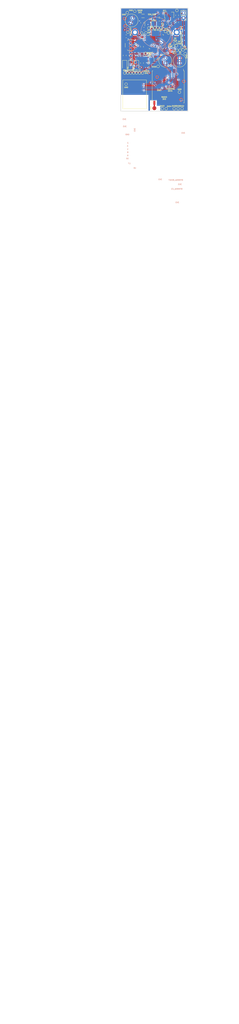
<source format=kicad_pcb>
(kicad_pcb (version 20221018) (generator pcbnew)
  (layers (0 "F.Cu" signal) (31 "B.Cu" signal) (34 "B.Paste" user) (35 "F.Paste" user) (36 "B.SilkS" user "B.Silkscreen") (37 "F.SilkS" user "F.Silkscreen") (38 "B.Mask" user) (39 "F.Mask" user) (44 "Edge.Cuts" user))
  (net 0 "")
  (net 1 "+BATT")
  (net 2 "GND")
  (net 3 "+3V3")
  (net 4 "MCU_RST")
  (net 5 "SWITCHED_RADIO_POWER")
  (net 6 "Net-(C8-Pad1)")
  (net 7 "SWITCHED_SENSOR_POWER")
  (net 8 "Net-(C10-Pad1)")
  (net 9 "Net-(D1-Pad1)")
  (net 10 "LED2")
  (net 11 "Net-(D2-Pad1)")
  (net 12 "LED1")
  (net 13 "Net-(D3-Pad1)")
  (net 14 "LED0")
  (net 15 "SWD_SWIO")
  (net 16 "SWD_SWCLK")
  (net 17 "Net-(J4-Pad1)")
  (net 18 "FS1000A_DATA")
  (net 19 "ZS05_SDA")
  (net 20 "ZS05_SCL")
  (net 21 "NTC_OUT")
  (net 22 "Net-(Q1-Pad1)")
  (net 23 "Net-(Q2-Pad1)")
  (net 24 "RADIO_SW")
  (net 25 "SENSOR_SW")
  (net 26 "Net-(TP19-Pad1)")
  (net 27 "Net-(TP20-Pad1)")
  (net 28 "Net-(TP21-Pad1)")
  (net 29 "Net-(TP22-Pad1)")
  (net 30 "Net-(TP23-Pad1)")
  (net 31 "Net-(TP24-Pad1)")
  (net 32 "SPI_SCK")
  (net 33 "SPI_MISO")
  (net 34 "SPI_MOSI")
  (net 35 "NRF_CS")
  (net 36 "NRF_CE")
  (net 37 "NRF_IRQ")
  (net 38 "RFM95W_IRQ")
  (net 39 "RFM95W_CS")
  (net 40 "RFM95W_RESET")
  (net 41 "Net-(TP26-Pad1)")
  (net 42 "Net-(TP27-Pad1)")
  (net 43 "Net-(TP28-Pad1)")
  (net 44 "Net-(TP29-Pad1)")
  (net 45 "Net-(TP30-Pad1)")
  (net 46 "Net-(TP31-Pad1)")
  (net 47 "Net-(TP32-Pad1)")
  (net 48 "Net-(TP33-Pad1)")
  (net 49 "Net-(TP34-Pad1)")
  (net 50 "Net-(TP35-Pad1)")
  (net 51 "Net-(TP36-Pad1)")
  (net 52 "Net-(TP37-Pad1)")
  (net 53 "Net-(TP38-Pad1)")
  (net 54 "Net-(TP39-Pad1)")
  (net 55 "Net-(TP40-Pad1)")
  (net 56 "Net-(TP41-Pad1)")
  (net 57 "Net-(TP42-Pad1)")
  (net 58 "Net-(TP43-Pad1)")
  (net 59 "RFM95W_DIO5")
  (net 60 "RFM95W_DIO4")
  (net 61 "RFM95W_DIO3")
  (net 62 "RFM95W_DIO2")
  (net 63 "RFM95W_DIO1")
  (footprint "TestPoint:TestPoint_Pad_D1.0mm" (layer "F.Cu") (at 167.56 71.3975)
    (fp_text reference "TP1" hide)
    (fp_text value "TestPoint")
  )
  (footprint "TestPoint:TestPoint_Pad_D1.0mm" (layer "F.Cu") (at 156.39 80.0975)
    (fp_text reference "TP28" hide)
    (fp_text value "TestPoint")
  )
  (footprint "TestPoint:TestPoint_Pad_D1.0mm" (layer "F.Cu") (at 157.91 80.0375)
    (fp_text reference "TP29" hide)
    (fp_text value "TestPoint")
  )
  (footprint "TestPoint:TestPoint_Pad_D1.0mm" (layer "F.Cu") (at 158.041639 99.572052)
    (fp_text reference "TP49" hide)
    (fp_text value "TestPoint")
  )
  (footprint "smd_footprint:Conn_01x03" (layer "F.Cu") (at 161.03 113.3875)
    (fp_text reference "J5" hide)
    (fp_text value "FS1000A")
  )
  (footprint "TestPoint:TestPoint_Pad_D1.0mm" (layer "F.Cu") (at 170.17 89.7975)
    (fp_text reference "TP37" hide)
    (fp_text value "TestPoint")
  )
  (footprint "TestPoint:TestPoint_Pad_D1.0mm" (layer "F.Cu") (at 167.307301 89.161564)
    (fp_text reference "TP42" hide)
    (fp_text value "TestPoint")
  )
  (footprint "TestPoint:TestPoint_Pad_D1.0mm" (layer "F.Cu") (at 165.757875 89.38055)
    (fp_text reference "TP43" hide)
    (fp_text value "TestPoint")
  )
  (footprint "TestPoint:TestPoint_Pad_D1.0mm" (layer "F.Cu") (at 145.66 102.9075)
    (fp_text reference "TP59" hide)
    (fp_text value "TestPoint")
  )
  (footprint "TestPoint:TestPoint_Pad_D1.0mm" (layer "F.Cu") (at 144.16 102.9075)
    (fp_text reference "TP58" hide)
    (fp_text value "TestPoint")
  )
  (footprint "Package_TO_SOT_SMD:SOT-89-3" (layer "F.Cu") (at 163.66 73.8825 90)
    (fp_text reference "U1" hide)
    (fp_text value "HT7333")
  )
  (footprint "Resistor_SMD:R_0805_2012Metric" (layer "F.Cu") (at 161.66 78.4075 -90)
    (fp_text reference "R13" hide)
    (fp_text value "100k")
  )
  (footprint "Capacitor_THT:C_Radial_D6.3mm_H11.0mm_P2.50mm" (layer "F.Cu") (at 168.91 95.4075 -90)
    (fp_text reference "C4" hide)
    (fp_text value "220uF")
  )
  (footprint "Connector_PinHeader_2.54mm:PinHeader_1x02_P2.54mm_Vertical" (layer "F.Cu") (at 170.91 75.1575 180)
    (fp_text reference "J2" hide)
    (fp_text value "power_connector")
  )
  (footprint "Capacitor_SMD:C_0805_2012Metric" (layer "F.Cu") (at 153.16 99.1575 180)
    (fp_text reference "C7" hide)
    (fp_text value "10uF")
  )
  (footprint "Resistor_SMD:R_1206_3216Metric" (layer "F.Cu") (at 156.91 96.1575 -90)
    (fp_text reference "R7" hide)
    (fp_text value "2R")
  )
  (footprint "Package_TO_SOT_SMD:SOT-23" (layer "F.Cu") (at 153.41 95.9075)
    (fp_text reference "Q1" hide)
    (fp_text value "CJ3401")
  )
  (footprint "TestPoint:TestPoint_Pad_D1.0mm" (layer "F.Cu") (at 151.670745 93.032647)
    (fp_text reference "TP47" hide)
    (fp_text value "TestPoint")
  )
  (footprint "TestPoint:TestPoint_Pad_D1.0mm" (layer "F.Cu") (at 162.16 120.9075)
    (fp_text reference "TP50" hide)
    (fp_text value "TestPoint")
  )
  (footprint "TestPoint:TestPoint_Pad_D1.0mm" (layer "F.Cu") (at 160.16 120.9075)
    (fp_text reference "TP51" hide)
    (fp_text value "TestPoint")
  )
  (footprint "Resistor_SMD:R_0805_2012Metric" (layer "F.Cu") (at 149.974102 77.582394 90)
    (fp_text reference "R11" hide)
    (fp_text value "1Meg")
  )
  (footprint "Capacitor_SMD:C_0805_2012Metric" (layer "F.Cu") (at 149.91 89.6575 90)
    (fp_text reference "C5" hide)
    (fp_text value "100nF")
  )
  (footprint "smd_footprint:Conn_01x04" (layer "F.Cu") (at 155.43 71.6575)
    (fp_text reference "J6" hide)
    (fp_text value "ZS05")
  )
  (footprint "Capacitor_THT:C_Radial_D6.3mm_H11.0mm_P2.50mm" (layer "F.Cu") (at 161.66 95.4075 -90)
    (fp_text reference "C8" hide)
    (fp_text value "220uF")
  )
  (footprint "Resistor_SMD:R_0805_2012Metric" (layer "F.Cu") (at 147.16 94.07 -90)
    (fp_text reference "R3" hide)
    (fp_text value "1k")
  )
  (footprint "TestPoint:TestPoint_Pad_D1.0mm" (layer "F.Cu") (at 148.66 102.9075)
    (fp_text reference "TP45" hide)
    (fp_text value "TestPoint")
  )
  (footprint "TestPoint:TestPoint_Pad_D1.0mm" (layer "F.Cu") (at 163.27 82.7375)
    (fp_text reference "TP36" hide)
    (fp_text value "TestPoint")
  )
  (footprint "TestPoint:TestPoint_Pad_D1.0mm" (layer "F.Cu") (at 170.676242 91.289658)
    (fp_text reference "TP38" hide)
    (fp_text value "TestPoint")
  )
  (footprint "TestPoint:TestPoint_Pad_D1.0mm" (layer "F.Cu") (at 141.85 108.5475)
    (fp_text reference "TP10" hide)
    (fp_text value "TestPoint")
  )
  (footprint "TestPoint:TestPoint_Pad_D1.0mm" (layer "F.Cu") (at 142.66 102.9075)
    (fp_text reference "TP57" hide)
    (fp_text value "TestPoint")
  )
  (footprint "TestPoint:TestPoint_Pad_D1.0mm" (layer "F.Cu") (at 169.119117 91.396734)
    (fp_text reference "TP39" hide)
    (fp_text value "TestPoint")
  )
  (footprint "Package_TO_SOT_SMD:SOT-23" (layer "F.Cu") (at 152.92722 77.553213 90)
    (fp_text reference "Q2" hide)
    (fp_text value "CJ3401")
  )
  (footprint "Capacitor_SMD:C_0805_2012Metric" (layer "F.Cu") (at 164.66 78.1575 180)
    (fp_text reference "C2" hide)
    (fp_text value "10uF")
  )
  (footprint "Resistor_SMD:R_0805_2012Metric" (layer "F.Cu") (at 149.91 97.9075 -90)
    (fp_text reference "R6" hide)
    (fp_text value "1Meg")
  )
  (footprint "TestPoint:TestPoint_Pad_D1.0mm" (layer "F.Cu") (at 141.16 102.9075)
    (fp_text reference "TP46" hide)
    (fp_text value "TestPoint")
  )
  (footprint "TestPoint:TestPoint_Pad_D1.0mm" (layer "F.Cu") (at 150.16 102.9075)
    (fp_text reference "TP48" hide)
    (fp_text value "TestPoint")
  )
  (footprint "smd_footprint:Conn_01x01" (layer "F.Cu") (at 156.16 120.6575)
    (fp_text reference "J4" hide)
    (fp_text value "RFM95W_Antenna")
  )
  (footprint "LED_SMD:LED_1206_3216Metric" (layer "F.Cu") (at 147.16 98.82 -90)
    (fp_text reference "D2" hide)
    (fp_text value "LED")
  )
  (footprint "Resistor_SMD:R_1206_3216Metric" (layer "F.Cu") (at 150.41 74.1575)
    (fp_text reference "R12" hide)
    (fp_text value "2R")
  )
  (footprint "Package_QFP:LQFP-48_7x7mm_P0.5mm" (layer "F.Cu") (at 157.16 87.1575)
    (fp_text reference "U2" hide)
    (fp_text value "STM32G030C8T6")
  )
  (footprint "TestPoint:TestPoint_Pad_D1.0mm" (layer "F.Cu") (at 151.91 82.6575)
    (fp_text reference "TP61" hide)
    (fp_text value "TestPoint")
  )
  (footprint "TestPoint:TestPoint_Pad_D1.0mm" (layer "F.Cu") (at 166.676991 87.758074)
    (fp_text reference "TP41" hide)
    (fp_text value "TestPoint")
  )
  (footprint "Resistor_SMD:R_0805_2012Metric" (layer "F.Cu") (at 149.91 94.07 90)
    (fp_text reference "R5" hide)
    (fp_text value "22R")
  )
  (footprint "Resistor_SMD:R_0805_2012Metric" (layer "F.Cu") (at 144.16 94.07 -90)
    (fp_text reference "R2" hide)
    (fp_text value "1k")
  )
  (footprint "Capacitor_SMD:C_0805_2012Metric" (layer "F.Cu") (at 158.662902 75.972686)
    (fp_text reference "C9" hide)
    (fp_text value "10uF")
  )
  (footprint "Capacitor_SMD:C_0805_2012Metric" (layer "F.Cu") (at 149.91 85.6575 90)
    (fp_text reference "C6" hide)
    (fp_text value "100nF")
  )
  (footprint "Resistor_SMD:R_0805_2012Metric" (layer "F.Cu") (at 141.91 84.4075)
    (fp_text reference "R1" hide)
    (fp_text value "1Meg")
  )
  (footprint "TestPoint:TestPoint_Pad_D1.0mm" (layer "F.Cu") (at 146.26 71.7575)
    (fp_text reference "TP9" hide)
    (fp_text value "TestPoint")
  )
  (footprint "nRF24L01_SMD:nRF24L01_SMD" (layer "F.Cu") (at 152.16 122.9075 180)
    (fp_text reference "U3" hide)
    (fp_text value "nRF24L01_SMD")
  )
  (footprint "LED_SMD:LED_1206_3216Metric" (layer "F.Cu") (at 144.16 98.82 -90)
    (fp_text reference "D1" hide)
    (fp_text value "LED")
  )
  (footprint "smd_footprint:Conn_01x02" (layer "F.Cu") (at 157.26419 78.1575 180)
    (fp_text reference "J7" hide)
    (fp_text value "thermistor_connector")
  )
  (footprint "Resistor_SMD:R_0805_2012Metric" (layer "F.Cu") (at 158.66 73.9075)
    (fp_text reference "R9" hide)
    (fp_text value "4k7")
  )
  (footprint "TestPoint:TestPoint_Pad_D1.0mm" (layer "F.Cu") (at 149.762658 82.771353)
    (fp_text reference "TP19" hide)
    (fp_text value "TestPoint")
  )
  (footprint "TestPoint:TestPoint_Pad_D1.0mm" (layer "F.Cu") (at 153.350612 80.249364)
    (fp_text reference "TP26" hide)
    (fp_text value "TestPoint")
  )
  (footprint "RF_Module:HOPERF_RFM9XW_SMD" (layer "F.Cu") (at 163.16 109.9075 -90)
    (fp_text reference "U4" hide)
    (fp_text value "RFM95W-868S2")
  )
  (footprint "smd_footprint:Conn_01x04" (layer "F.Cu") (at 171.41 83.9075 90)
    (fp_text reference "J3" hide)
    (fp_text value "swd_header")
  )
  (footprint "TestPoint:TestPoint_Pad_D1.0mm" (layer "F.Cu") (at 167.568313 91.453025)
    (fp_text reference "TP40" hide)
    (fp_text value "TestPoint")
  )
  (footprint "TestPoint:TestPoint_Pad_D1.0mm" (layer "F.Cu") (at 171.78 93.1975)
    (fp_text reference "TP12" hide)
    (fp_text value "TestPoint")
  )
  (footprint "Button_Switch_SMD:SW_SPST_TL3342" (layer "F.Cu") (at 144.16 88.9075)
    (fp_text reference "SW1" hide)
    (fp_text value "rst_switch")
  )
  (footprint "TestPoint:TestPoint_Pad_D1.0mm" (layer "F.Cu") (at 147.16 102.9075)
    (fp_text reference "TP44" hide)
    (fp_text value "TestPoint")
  )
  (footprint "LED_SMD:LED_1206_3216Metric" (layer "F.Cu") (at 141.16 98.82 -90)
    (fp_text reference "D3" hide)
    (fp_text value "LED")
  )
  (footprint "Resistor_SMD:R_0805_2012Metric" (layer "F.Cu") (at 154.81 74.7375 180)
    (fp_text reference "R8" hide)
    (fp_text value "4k7")
  )
  (footprint "Capacitor_SMD:C_0805_2012Metric" (layer "F.Cu") (at 167.66 73.8325 -90)
    (fp_text reference "C1" hide)
    (fp_text value "10uF")
  )
  (footprint "TestPoint:TestPoint_Pad_D1.0mm" (layer "F.Cu") (at 170.16 120.9075)
    (fp_text reference "TP52" hide)
    (fp_text value "TestPoint")
  )
  (footprint "TestPoint:TestPoint_Pad_D1.0mm" (layer "F.Cu") (at 168.16 120.9075)
    (fp_text reference "TP53" hide)
    (fp_text value "TestPoint")
  )
  (footprint "TestPoint:TestPoint_Pad_D1.0mm" (layer "F.Cu") (at 161.81 81.9575)
    (fp_text reference "TP35" hide)
    (fp_text value "TestPoint")
  )
  (footprint "Resistor_SMD:R_0805_2012Metric" (layer "F.Cu") (at 150.91 80.6464)
    (fp_text reference "R10" hide)
    (fp_text value "22R")
  )
  (footprint "TestPoint:TestPoint_Pad_D1.0mm" (layer "F.Cu") (at 142.464403 72.500401)
    (fp_text reference "TP13" hide)
    (fp_text value "TestPoint")
  )
  (footprint "Capacitor_THT:C_Radial_D6.3mm_H11.0mm_P2.50mm" (layer "F.Cu") (at 145.087525 75.232884 -110)
    (fp_text reference "C10" hide)
    (fp_text value "220uF")
  )
  (footprint "TestPoint:TestPoint_Pad_D1.0mm" (layer "F.Cu") (at 166.16 120.9075)
    (fp_text reference "TP54" hide)
    (fp_text value "TestPoint")
  )
  (footprint "TestPoint:TestPoint_Pad_D1.0mm" (layer "F.Cu") (at 154.92 80.6375)
    (fp_text reference "TP27" hide)
    (fp_text value "TestPoint")
  )
  (footprint "TestPoint:TestPoint_Pad_D1.0mm" (layer "F.Cu") (at 142.738458 82.321729)
    (fp_text reference "TP14" hide)
    (fp_text value "TestPoint")
  )
  (footprint "Capacitor_SMD:C_0805_2012Metric" (layer "F.Cu") (at 167.66 77.4075 90)
    (fp_text reference "C3" hide)
    (fp_text value "10uF")
  )
  (footprint "Resistor_SMD:R_0805_2012Metric" (layer "F.Cu") (at 141.16 94.07 -90)
    (fp_text reference "R4" hide)
    (fp_text value "1k")
  )
  (footprint "TestPoint:TestPoint_Pad_D1.0mm" (layer "F.Cu") (at 168.83 112.5775)
    (fp_text reference "TP11" hide)
    (fp_text value "TestPoint")
  )
  (footprint "TestPoint:TestPoint_Pad_D1.0mm" (layer "F.Cu") (at 160.818682 80.738039)
    (fp_text reference "TP31" hide)
    (fp_text value "TestPoint")
  )
  (footprint "TestPoint:TestPoint_Pad_D1.0mm" (layer "F.Cu") (at 159.42 80.1275)
    (fp_text reference "TP30" hide)
    (fp_text value "TestPoint")
  )
  (footprint "TestPoint:TestPoint_Pad_D1.0mm" (layer "B.Cu") (at 145.15 96.5975 180)
    (fp_text reference "TP16" hide)
    (fp_text value "TestPoint")
  )
  (footprint "TestPoint:TestPoint_Pad_D1.0mm" (layer "B.Cu") (at 157.55 104.9575 180)
    (fp_text reference "TP4" hide)
    (fp_text value "TestPoint")
  )
  (footprint "TestPoint:TestPoint_Pad_D1.0mm" (layer "B.Cu") (at 164.41 109.4075 180)
    (fp_text reference "TP56" hide)
    (fp_text value "TestPoint")
  )
  (footprint "TestPoint:TestPoint_Pad_D1.0mm" (layer "B.Cu") (at 144.21 94.2275 180)
    (fp_text reference "TP17" hide)
    (fp_text value "TestPoint")
  )
  (footprint "TestPoint:TestPoint_Pad_D1.0mm" (layer "B.Cu") (at 146.52 97.5675 180)
    (fp_text reference "TP15" hide)
    (fp_text value "TestPoint")
  )
  (footprint "TestPoint:TestPoint_Pad_D1.0mm" (layer "B.Cu") (at 144.142507 89.46424 180)
    (fp_text reference "TP22" hide)
    (fp_text value "TestPoint")
  )
  (footprint "TestPoint:TestPoint_Pad_D1.0mm" (layer "B.Cu") (at 169.41 80.1575 180)
    (fp_text reference "TP3" hide)
    (fp_text value "TestPoint")
  )
  (footprint "TestPoint:TestPoint_Pad_D1.0mm" (layer "B.Cu") (at 142.66 80.9075 180)
    (fp_text reference "TP2" hide)
    (fp_text value "TestPoint")
  )
  (footprint "TestPoint:TestPoint_Pad_D1.0mm" (layer "B.Cu") (at 141.41 79.1575 180)
    (fp_text reference "TP7" hide)
    (fp_text value "TestPoint")
  )
  (footprint "TestPoint:TestPoint_Pad_D1.0mm" (layer "B.Cu") (at 144.146459 86.333075 180)
    (fp_text reference "TP20" hide)
    (fp_text value "TestPoint")
  )
  (footprint "TestPoint:TestPoint_Pad_D1.0mm" (layer "B.Cu") (at 144.142376 87.901357 180)
    (fp_text reference "TP21" hide)
    (fp_text value "TestPoint")
  )
  (footprint "TestPoint:TestPoint_Pad_D1.0mm" (layer "B.Cu") (at 169.71 116.3475 180)
    (fp_text reference "TP5" hide)
    (fp_text value "TestPoint")
  )
  (footprint "TestPoint:TestPoint_Pad_D1.0mm" (layer "B.Cu") (at 141.14 75.4775 180)
    (fp_text reference "TP6" hide)
    (fp_text value "TestPoint")
  )
  (footprint "TestPoint:TestPoint_Pad_D1.0mm" (layer "B.Cu") (at 171.05 107.1275 180)
    (fp_text reference "TP8" hide)
    (fp_text value "TestPoint")
  )
  (footprint "CR2032_THT:CR2032_THT" (layer "B.Cu") (at 156.91 82.4075 180)
    (fp_text reference "J1" hide)
    (fp_text value "CR2032")
  )
  (footprint "TestPoint:TestPoint_Pad_D1.0mm" (layer "B.Cu") (at 167.492764 103.484226 180)
    (fp_text reference "TP55" hide)
    (fp_text value "TestPoint")
  )
  (footprint "TestPoint:TestPoint_Pad_D1.0mm" (layer "B.Cu") (at 144.16 92.6575 180)
    (fp_text reference "TP24" hide)
    (fp_text value "TestPoint")
  )
  (footprint "TestPoint:TestPoint_Pad_D1.0mm" (layer "B.Cu") (at 144.165836 91.044602 180)
    (fp_text reference "TP23" hide)
    (fp_text value "TestPoint")
  )
  (gr_rect (start 139.16 70.1575) (end 173.16 122.1575) (stroke (width 0.2)) (fill none) (layer "Edge.Cuts"))
  (gr_text "RFM95W_RESET" (at 166.990506 156.886268) (layer "B.SilkS") (effects (font (size 0.65 0.65) (thickness 0.16)) (justify mirror)))
  (gr_text "9" (at 142.724942 144.520128) (layer "B.SilkS") (effects (font (size 0.65 0.65) (thickness 0.16)) (justify mirror)))
  (gr_text "3V3" (at 170.772876 133.167895) (layer "B.SilkS") (effects (font (size 0.65 0.65) (thickness 0.16)) (justify mirror)))
  (gr_text "RFM95W_CS" (at 167.545022 161.375207) (layer "B.SilkS") (effects (font (size 0.65 0.65) (thickness 0.16)) (justify mirror)))
  (gr_text "4" (at 142.69438 141.311123) (layer "B.SilkS") (effects (font (size 0.65 0.65) (thickness 0.16)) (justify mirror)))
  (gr_text "3V3" (at 141 126.25) (layer "B.SilkS") (effects (font (size 0.65 0.65) (thickness 0.16)) (justify mirror)))
  (gr_text "3V3" (at 146.251334 131.574136 90) (layer "B.SilkS") (effects (font (size 0.65 0.65) (thickness 0.16)) (justify mirror)))
  (gr_text "3" (at 142.645481 139.734127) (layer "B.SilkS") (effects (font (size 0.65 0.65) (thickness 0.16)) (justify mirror)))
  (gr_text "2" (at 142.75 138.175575) (layer "B.SilkS") (effects (font (size 0.65 0.65) (thickness 0.16)) (justify mirror)))
  (gr_text "3V3" (at 167.753093 168.197007) (layer "B.SilkS") (effects (font (size 0.65 0.65) (thickness 0.16)) (justify mirror)))
  (gr_text "3V3" (at 141.176659 129.877875) (layer "B.SilkS") (effects (font (size 0.65 0.65) (thickness 0.16)) (justify mirror)))
  (gr_text "3V3" (at 169.075651 159.059843) (layer "B.SilkS") (effects (font (size 0.65 0.65) (thickness 0.16)) (justify mirror)))
  (gr_text "GND" (at 142.490656 133.92838) (layer "B.SilkS") (effects (font (size 0.65 0.65) (thickness 0.16)) (justify mirror)))
  (gr_text "3V3" (at 159.112455 156.590437) (layer "B.SilkS") (effects (font (size 0.65 0.65) (thickness 0.16)) (justify mirror)))
  (gr_text "18" (at 146.306803 150.81589) (layer "B.SilkS") (effects (font (size 0.65 0.65) (thickness 0.16)) (justify mirror)))
  (gr_text "17" (at 143.488991 148.523744) (layer "B.SilkS") (effects (font (size 0.65 0.65) (thickness 0.16)) (justify mirror)))
  (gr_text "8" (at 142.71883 142.91257) (layer "B.SilkS") (effects (font (size 0.65 0.65) (thickness 0.16)) (justify mirror)))
  (gr_text "16" (at 142.559907 146.011552) (layer "B.SilkS") (effects (font (size 0.65 0.65) (thickness 0.16)) (justify mirror)))
  (gr_text "29\nPA9" (at 168.59 87.6275) (layer "F.SilkS") (effects (font (size 0.65 0.65) (thickness 0.16))))
  (gr_text "CE" (at 148.626454 101.525913) (layer "F.SilkS") (effects (font (size 0.65 0.65) (thickness 0.16))))
  (gr_text "RADIO\n3V3" (at 152.140414 102.509573) (layer "F.SilkS") (effects (font (size 0.65 0.65) (thickness 0.16))))
  (gr_text "GND" (at 168.91 111.1575) (layer "F.SilkS") (effects (font (size 0.65 0.65) (thickness 0.16))))
  (gr_text "33" (at 172.05 90.7775) (layer "F.SilkS") (effects (font (size 0.65 0.65) (thickness 0.16))))
  (gr_text "DIO1" (at 168.147941 119.552527) (layer "F.SilkS") (effects (font (size 0.65 0.65) (thickness 0.16))))
  (gr_text "SCL" (at 161.39 71.4775) (layer "F.SilkS") (effects (font (size 0.65 0.65) (thickness 0.16))))
  (gr_text "SCL" (at 169.75 82.7675 90) (layer "F.SilkS") (effects (font (size 0.65 0.65) (thickness 0.16))))
  (gr_text "47" (at 153.23 81.4975) (layer "F.SilkS") (effects (font (size 0.65 0.65) (thickness 0.16))))
  (gr_text "37" (at 164.69 83.0275) (layer "F.SilkS") (effects (font (size 0.65 0.65) (thickness 0.16))))
  (gr_text "IRQ" (at 141.096329 101.551382) (layer "F.SilkS") (effects (font (size 0.65 0.65) (thickness 0.16))))
  (gr_text "31\nPC7" (at 166.35 92.5275) (layer "F.SilkS") (effects (font (size 0.65 0.65) (thickness 0.16))))
  (gr_text "DIO5" (at 156.02 99.8075) (layer "F.SilkS") (effects (font (size 0.65 0.65) (thickness 0.16))))
  (gr_text "MOSI" (at 144.165258 101.50469) (layer "F.SilkS") (effects (font (size 0.65 0.65) (thickness 0.16))))
  (gr_text "DIO3" (at 160.134347 119.55604) (layer "F.SilkS") (effects (font (size 0.65 0.65) (thickness 0.16))))
  (gr_text "42" (at 162.25 80.5775) (layer "F.SilkS") (effects (font (size 0.65 0.65) (thickness 0.16))))
  (gr_text "46" (at 154.83 79.4975) (layer "F.SilkS") (effects (font (size 0.65 0.65) (thickness 0.16))))
  (gr_text "34" (at 171.61 89.6175) (layer "F.SilkS") (effects (font (size 0.65 0.65) (thickness 0.16))))
  (gr_text "DIO0" (at 166.103403 119.556065) (layer "F.SilkS") (effects (font (size 0.65 0.65) (thickness 0.16))))
  (gr_text "3V3" (at 169.77 80.1575 90) (layer "F.SilkS") (effects (font (size 0.65 0.65) (thickness 0.16))))
  (gr_text "FS1000A\nDATA" (at 164.14 111.4275) (layer "F.SilkS") (effects (font (size 0.65 0.65) (thickness 0.16))))
  (gr_text "SDA" (at 153.79 73.3675) (layer "F.SilkS") (effects (font (size 0.65 0.65) (thickness 0.16))))
  (gr_text "GND" (at 172.419083 94.596379 90) (layer "F.SilkS") (effects (font (size 0.65 0.65) (thickness 0.16))))
  (gr_text "38" (at 163.2 81.3875) (layer "F.SilkS") (effects (font (size 0.65 0.65) (thickness 0.16))))
  (gr_text "32" (at 169.17 92.6775) (layer "F.SilkS") (effects (font (size 0.65 0.65) (thickness 0.16))))
  (gr_text "GND" (at 141.91 110.1575) (layer "F.SilkS") (effects (font (size 0.65 0.65) (thickness 0.16))))
  (gr_text "30\nPC6" (at 166.67 86.0275) (layer "F.SilkS") (effects (font (size 0.65 0.65) (thickness 0.16))))
  (gr_text "ANT" (at 154.46 120.5175 90) (layer "F.SilkS") (effects (font (size 0.65 0.65) (thickness 0.16))))
  (gr_text "1" (at 150.77 83.4675) (layer "F.SilkS") (effects (font (size 0.65 0.65) (thickness 0.16))))
  (gr_text "S3V3" (at 155.86 76.4775) (layer "F.SilkS") (effects (font (size 0.65 0.65) (thickness 0.16))))
  (gr_text "GND" (at 169.92 87.7675 90) (layer "F.SilkS") (effects (font (size 0.65 0.65) (thickness 0.16))))
  (gr_text "MCU_RST" (at 144.1 82.0075 90) (layer "F.SilkS") (effects (font (size 0.65 0.65) (thickness 0.16))))
  (gr_text "GND" (at 156 73.3675) (layer "F.SilkS") (effects (font (size 0.65 0.65) (thickness 0.16))))
  (gr_text "28\nPA8" (at 164.06 88.9175) (layer "F.SilkS") (effects (font (size 0.65 0.65) (thickness 0.16))))
  (gr_text "DIO4" (at 163.640414 119.724742) (layer "F.SilkS") (effects (font (size 0.65 0.65) (thickness 0.16))))
  (gr_text "SWDIO" (at 169.75 85.2975 90) (layer "F.SilkS") (effects (font (size 0.65 0.65) (thickness 0.16))))
  (gr_text "DIO2" (at 170.107585 119.566676) (layer "F.SilkS") (effects (font (size 0.65 0.65) (thickness 0.16))))
  (gr_text "SCK" (at 145.676377 101.109931 90) (layer "F.SilkS") (effects (font (size 0.65 0.65) (thickness 0.16))))
  (gr_text "RADIO\nSW" (at 153.87 93.2675) (layer "F.SilkS") (effects (font (size 0.65 0.65) (thickness 0.16))))
  (gr_text "NTC" (at 160.27 78.2675 90) (layer "F.SilkS") (effects (font (size 0.65 0.65) (thickness 0.16))))
  (gr_text "SNSR\n3V3" (at 148.839626 71.895275) (layer "F.SilkS") (effects (font (size 0.65 0.65) (thickness 0.16))))
  (gr_text "GND" (at 158.48 111.6575) (layer "F.SilkS") (effects (font (size 0.65 0.65) (thickness 0.16))))
  (gr_text "44" (at 157.91 81.2875) (layer "F.SilkS") (effects (font (size 0.65 0.65) (thickness 0.16))))
  (gr_text "CS" (at 147.072888 101.530158) (layer "F.SilkS") (effects (font (size 0.65 0.65) (thickness 0.16))))
  (gr_text "GND" (at 144.29 71.3175) (layer "F.SilkS") (effects (font (size 0.65 0.65) (thickness 0.16))))
  (gr_text "48" (at 153.31 82.5975) (layer "F.SilkS") (effects (font (size 0.65 0.65) (thickness 0.16))))
  (gr_text "45" (at 156.39 81.299918) (layer "F.SilkS") (effects (font (size 0.65 0.65) (thickness 0.16))))
  (gr_text "43" (at 159.297295 81.3675) (layer "F.SilkS") (effects (font (size 0.65 0.65) (thickness 0.16))))
  (gr_text "RADIO\n3V3" (at 161.138847 115.579573) (layer "F.SilkS") (effects (font (size 0.65 0.65) (thickness 0.16))))
  (gr_text "MISO" (at 142.64565 100.9741 90) (layer "F.SilkS") (effects (font (size 0.65 0.65) (thickness 0.16))))
  (gr_text "GND" (at 140.76 73.4575) (layer "F.SilkS") (effects (font (size 0.65 0.65) (thickness 0.16))))
  (segment (start 164.435 72.8825) (end 163.66 73.6575) (width 0.7) (layer "F.Cu") (net 1))
  (segment (start 167.66 72.8825) (end 170.645 72.8825) (width 0.7) (layer "F.Cu") (net 1))
  (segment (start 167.66 72.8825) (end 167.66 71.4975) (width 0.7) (layer "F.Cu") (net 1))
  (segment (start 167.66 71.4975) (end 167.56 71.3975) (width 0.7) (layer "F.Cu") (net 1))
  (segment (start 163.66 73.6575) (end 163.66 75.445) (width 0.7) (layer "F.Cu") (net 1))
  (segment (start 170.645 72.8825) (end 170.91 72.6175) (width 0.7) (layer "F.Cu") (net 1))
  (segment (start 167.66 72.8825) (end 164.435 72.8825) (width 0.7) (layer "F.Cu") (net 1))
  (segment (start 157.6505 72.608) (end 156.7 71.6575) (width 0.5) (layer "F.Cu") (net 2))
  (segment (start 149.91 84.7075) (end 149.69 84.7075) (width 0.25) (layer "F.Cu") (net 2))
  (segment (start 152.9975 87.4075) (end 154.21 87.4075) (width 0.25) (layer "F.Cu") (net 2))
  (segment (start 157.88 72.608) (end 157.6505 72.608) (width 0.5) (layer "F.Cu") (net 2))
  (segment (start 154.21 87.4075) (end 155.46 86.1575) (width 0.25) (layer "F.Cu") (net 2))
  (segment (start 155.46 86.1575) (end 157.16 86.1575) (width 0.25) (layer "F.Cu") (net 2))
  (segment (start 149.69 84.7075) (end 148.48 83.4975) (width 0.25) (layer "F.Cu") (net 2))
  (via (at 156.516421 107.561125) (size 0.8) (drill 0.4) (layers "F.Cu" "B.Cu") (net 2))
  (via (at 157.16 86.1575) (size 0.8) (drill 0.4) (layers "F.Cu" "B.Cu") (net 2))
  (via (at 156.16 76.1575) (size 0.8) (drill 0.4) (layers "F.Cu" "B.Cu") (net 2))
  (via (at 149.66 100.1575) (size 0.8) (drill 0.4) (layers "F.Cu" "B.Cu") (net 2))
  (via (at 157.88 72.608) (size 0.8) (drill 0.4) (layers "F.Cu" "B.Cu") (net 2))
  (via (at 163.724622 79.982878) (size 0.8) (drill 0.4) (layers "F.Cu" "B.Cu") (net 2))
  (via (at 160.3 79.4075) (size 0.8) (drill 0.4) (layers "F.Cu" "B.Cu") (net 2))
  (via (at 148.48 83.4975) (size 0.8) (drill 0.4) (layers "F.Cu" "B.Cu") (net 2))
  (via (at 153.759056 102.886556) (size 0.8) (drill 0.4) (layers "F.Cu" "B.Cu") (net 2))
  (via (at 161.885 90.657) (size 0.8) (drill 0.4) (layers "F.Cu" "B.Cu") (net 2))
  (via (at 171.66 89.9075) (size 0.8) (drill 0.4) (layers "F.Cu" "B.Cu") (net 2))
  (via (at 154.08 107.8575) (size 0.8) (drill 0.4) (layers "F.Cu" "B.Cu") (net 2))
  (via (at 160.815703 76.48005) (size 0.8) (drill 0.4) (layers "F.Cu" "B.Cu") (net 2))
  (via (at 147.41 98.9075) (size 0.8) (drill 0.4) (layers "F.Cu" "B.Cu") (net 2))
  (via (at 141.16 81.1575) (size 0.8) (drill 0.4) (layers "F.Cu" "B.Cu") (net 2))
  (via (at 162.735378 80.972122) (size 0.8) (drill 0.4) (layers "F.Cu" "B.Cu") (net 2))
  (via (at 152.015023 101.142523) (size 0.8) (drill 0.4) (layers "F.Cu" "B.Cu") (net 2))
  (segment (start 167.66 76.0475) (end 170.02 76.0475) (width 0.5) (layer "B.Cu") (net 2))
  (segment (start 160.3 79.4075) (end 160.33 79.3775) (width 0.7) (layer "B.Cu") (net 2))
  (segment (start 170.91 89.1575) (end 171.66 89.9075) (width 0.7) (layer "B.Cu") (net 2))
  (segment (start 141.41 80.9075) (end 141.16 81.1575) (width 0.3) (layer "B.Cu") (net 2))
  (segment (start 170.91 75.1575) (end 170.91 89.1575) (width 0.7) (layer "B.Cu") (net 2))
  (segment (start 162.61 81.0975) (end 158.22 81.0975) (width 0.5) (layer "B.Cu") (net 2))
  (segment (start 160.33 79.3775) (end 160.33 76.965753) (width 0.7) (layer "B.Cu") (net 2))
  (segment (start 156.16 74.328) (end 157.88 72.608) (width 0.5) (layer "B.Cu") (net 2))
  (segment (start 160.33 76.965753) (end 160.815703 76.48005) (width 0.7) (layer "B.Cu") (net 2))
  (segment (start 161.885 90.657) (end 161.5 90.272) (width 0.5) (layer "B.Cu") (net 2))
  (segment (start 161.5 88.0475) (end 159.61 86.1575) (width 0.5) (layer "B.Cu") (net 2))
  (segment (start 154.08 107.8575) (end 154.172402 107.949902) (width 0.7) (layer "B.Cu") (net 2))
  (segment (start 142.66 80.9075) (end 141.41 80.9075) (width 0.3) (layer "B.Cu") (net 2))
  (segment (start 170.02 76.0475) (end 170.91 75.1575) (width 0.5) (layer "B.Cu") (net 2))
  (segment (start 154.172402 107.949902) (end 156.127644 107.949902) (width 0.7) (layer "B.Cu") (net 2))
  (segment (start 156.91 82.4075) (end 156.91 85.9075) (width 0.5) (layer "B.Cu") (net 2))
  (segment (start 162.735378 80.972122) (end 162.61 81.0975) (width 0.5) (layer "B.Cu") (net 2))
  (segment (start 156.91 85.9075) (end 157.16 86.1575) (width 0.5) (layer "B.Cu") (net 2))
  (segment (start 161.5 90.272) (end 161.5 88.0475) (width 0.5) (layer "B.Cu") (net 2))
  (segment (start 163.724622 79.982878) (end 167.66 76.0475) (width 0.5) (layer "B.Cu") (net 2))
  (segment (start 156.16 76.1575) (end 156.16 74.328) (width 0.5) (layer "B.Cu") (net 2))
  (segment (start 156.127644 107.949902) (end 156.516421 107.561125) (width 0.7) (layer "B.Cu") (net 2))
  (segment (start 156.91 82.4075) (end 156.91 76.9075) (width 0.5) (layer "B.Cu") (net 2))
  (segment (start 152.015023 101.142523) (end 153.759056 102.886556) (width 0.7) (layer "B.Cu") (net 2))
  (segment (start 148.66 100.1575) (end 147.41 98.9075) (width 0.7) (layer "B.Cu") (net 2))
  (segment (start 156.91 76.9075) (end 156.16 76.1575) (width 0.5) (layer "B.Cu") (net 2))
  (segment (start 159.61 86.1575) (end 157.16 86.1575) (width 0.5) (layer "B.Cu") (net 2))
  (segment (start 162.735378 80.972122) (end 163.724622 79.982878) (width 0.5) (layer "B.Cu") (net 2))
  (segment (start 149.66 100.1575) (end 148.66 100.1575) (width 0.7) (layer "B.Cu") (net 2))
  (segment (start 158.22 81.0975) (end 156.91 82.4075) (width 0.5) (layer "B.Cu") (net 2))
  (segment (start 152.25 86.4075) (end 151.75 86.9075) (width 0.25) (layer "F.Cu") (net 3))
  (segment (start 151.711472 98.0825) (end 151.154175 98.639797) (width 0.3) (layer "F.Cu") (net 3))
  (segment (start 152.16 97.727713) (end 152.16 97.17) (width 0.3) (layer "F.Cu") (net 3))
  (segment (start 151.154175 98.639797) (end 150.090203 98.639797) (width 0.3) (layer "F.Cu") (net 3))
  (segment (start 152.16 97.727713) (end 151.805213 98.0825) (width 0.3) (layer "F.Cu") (net 3))
  (segment (start 171.41 80.0975) (end 169.77 80.0975) (width 0.7) (layer "F.Cu") (net 3))
  (segment (start 167.66 78.3575) (end 165.81 78.3575) (width 0.7) (layer "F.Cu") (net 3))
  (segment (start 167.66 78.3575) (end 167.66 82.2075) (width 0.7) (layer "F.Cu") (net 3))
  (segment (start 146.36 83.0575) (end 146.36 82.4075) (width 0.25) (layer "F.Cu") (net 3))
  (segment (start 165.81 78.3575) (end 165.61 78.1575) (width 0.7) (layer "F.Cu") (net 3))
  (segment (start 167.66 82.2075) (end 167.46 82.4075) (width 0.7) (layer "F.Cu") (net 3))
  (segment (start 152.959964 78.490713) (end 152.92642 78.457169) (width 0.5) (layer "F.Cu") (net 3))
  (segment (start 165.61 78.1575) (end 165.61 75.9825) (width 0.7) (layer "F.Cu") (net 3))
  (segment (start 151.75 86.9075) (end 150.21 86.9075) (width 0.25) (layer "F.Cu") (net 3))
  (segment (start 153.87722 78.490713) (end 152.959964 78.490713) (width 0.5) (layer "F.Cu") (net 3))
  (segment (start 149.974102 76.669894) (end 148.672394 76.669894) (width 0.5) (layer "F.Cu") (net 3))
  (segment (start 149.91 86.6075) (end 146.36 83.0575) (width 0.25) (layer "F.Cu") (net 3))
  (segment (start 152.9975 86.4075) (end 152.25 86.4075) (width 0.25) (layer "F.Cu") (net 3))
  (segment (start 142.89595 84.48095) (end 142.8225 84.4075) (width 0.3) (layer "F.Cu") (net 3))
  (segment (start 165.61 75.9825) (end 165.16 75.5325) (width 0.7) (layer "F.Cu") (net 3))
  (segment (start 152.9975 86.9075) (end 151.75 86.9075) (width 0.25) (layer "F.Cu") (net 3))
  (segment (start 142.89595 85.712502) (end 142.89595 84.48095) (width 0.3) (layer "F.Cu") (net 3))
  (segment (start 150.21 86.9075) (end 149.91 86.6075) (width 0.25) (layer "F.Cu") (net 3))
  (segment (start 152.16 97.17) (end 152.4725 96.8575) (width 0.3) (layer "F.Cu") (net 3))
  (segment (start 151.805213 98.0825) (end 151.711472 98.0825) (width 0.3) (layer "F.Cu") (net 3))
  (segment (start 169.77 80.0975) (end 167.46 82.4075) (width 0.7) (layer "F.Cu") (net 3))
  (segment (start 150.090203 98.639797) (end 149.91 98.82) (width 0.3) (layer "F.Cu") (net 3))
  (segment (start 148.672394 76.669894) (end 148.66 76.6575) (width 0.5) (layer "F.Cu") (net 3))
  (via (at 142.89595 85.712502) (size 0.8) (drill 0.4) (layers "F.Cu" "B.Cu") (net 3))
  (via (at 152.16 97.727713) (size 0.8) (drill 0.4) (layers "F.Cu" "B.Cu") (net 3))
  (via (at 152.92642 78.457169) (size 0.8) (drill 0.4) (layers "F.Cu" "B.Cu") (net 3))
  (via (at 148.66 76.6575) (size 0.8) (drill 0.4) (layers "F.Cu" "B.Cu") (net 3))
  (segment (start 167.71 81.8575) (end 167.71 82.1575) (width 0.7) (layer "B.Cu") (net 3))
  (segment (start 167.71 82.1575) (end 167.46 82.4075) (width 0.7) (layer "B.Cu") (net 3))
  (segment (start 169.41 80.1575) (end 167.71 81.8575) (width 0.7) (layer "B.Cu") (net 3))
  (segment (start 140.9975 84.4075) (end 140.9975 83.81) (width 0.3) (layer "F.Cu") (net 4))
  (segment (start 142.485771 82.321729) (end 142.738458 82.321729) (width 0.3) (layer "F.Cu") (net 4))
  (segment (start 140.9975 83.81) (end 142.485771 82.321729) (width 0.3) (layer "F.Cu") (net 4))
  (segment (start 147.31 90.8075) (end 147.31 90.57195) (width 0.2) (layer "F.Cu") (net 4))
  (segment (start 146.792975 90.8075) (end 140.9975 85.012025) (width 0.3) (layer "F.Cu") (net 4))
  (segment (start 149.17445 88.7075) (end 149.91 88.7075) (width 0.2) (layer "F.Cu") (net 4))
  (segment (start 147.31 90.57195) (end 149.17445 88.7075) (width 0.2) (layer "F.Cu") (net 4))
  (segment (start 140.9975 85.012025) (end 140.9975 84.4075) (width 0.3) (layer "F.Cu") (net 4))
  (segment (start 147.31 90.8075) (end 146.792975 90.8075) (width 0.3) (layer "F.Cu") (net 4))
  (segment (start 152.9975 88.9075) (end 150.11 88.9075) (width 0.2) (layer "F.Cu") (net 4))
  (segment (start 147.31 90.8075) (end 147.06 90.8075) (width 0.3) (layer "F.Cu") (net 4))
  (segment (start 150.11 88.9075) (end 149.91 88.7075) (width 0.2) (layer "F.Cu") (net 4))
  (segment (start 154.3475 97.579307) (end 154.388193 97.62) (width 0.7) (layer "F.Cu") (net 5))
  (segment (start 164.16 116.5475) (end 164.16 117.9075) (width 0.7) (layer "F.Cu") (net 5))
  (segment (start 154.3475 95.9075) (end 154.3475 97.579307) (width 0.7) (layer "F.Cu") (net 5))
  (segment (start 150.56 105.1575) (end 152.77 105.1575) (width 0.7) (layer "F.Cu") (net 5))
  (segment (start 154.11 101.192815) (end 152.395315 102.9075) (width 0.7) (layer "F.Cu") (net 5))
  (segment (start 150.56 105.1575) (end 150.56 103.3075) (width 0.7) (layer "F.Cu") (net 5))
  (segment (start 150.56 103.3075) (end 150.16 102.9075) (width 0.7) (layer "F.Cu") (net 5))
  (segment (start 154.3475 98.92) (end 154.11 99.1575) (width 0.7) (layer "F.Cu") (net 5))
  (segment (start 152.77 105.1575) (end 164.16 116.5475) (width 0.7) (layer "F.Cu") (net 5))
  (segment (start 154.3475 95.9075) (end 154.3475 98.92) (width 0.7) (layer "F.Cu") (net 5))
  (segment (start 154.388193 97.62) (end 156.91 97.62) (width 0.7) (layer "F.Cu") (net 5))
  (segment (start 152.395315 102.9075) (end 150.16 102.9075) (width 0.7) (layer "F.Cu") (net 5))
  (segment (start 154.11 99.1575) (end 154.11 101.192815) (width 0.7) (layer "F.Cu") (net 5))
  (segment (start 160.9475 94.695) (end 161.66 95.4075) (width 0.7) (layer "F.Cu") (net 6))
  (segment (start 156.91 94.695) (end 160.9475 94.695) (width 0.7) (layer "F.Cu") (net 6))
  (segment (start 154.901787 76.615713) (end 152.92722 76.615713) (width 0.7) (layer "F.Cu") (net 7))
  (segment (start 155.21 76.3075) (end 154.901787 76.615713) (width 0.7) (layer "F.Cu") (net 7))
  (segment (start 152.92722 76.615713) (end 152.798213 76.615713) (width 0.7) (layer "F.Cu") (net 7))
  (segment (start 155.21 75.25) (end 155.21 76.3075) (width 0.7) (layer "F.Cu") (net 7))
  (segment (start 155.99419 78.1575) (end 155.99419 77.691398) (width 0.7) (layer "F.Cu") (net 7))
  (segment (start 151.8725 71.91) (end 151.62 71.6575) (width 0.7) (layer "F.Cu") (net 7))
  (segment (start 157.7475 73.9075) (end 157.7475 75.938088) (width 0.7) (layer "F.Cu") (net 7))
  (segment (start 151.8725 74.1575) (end 151.8725 71.91) (width 0.7) (layer "F.Cu") (net 7))
  (segment (start 157.7475 73.9075) (end 156.5525 73.9075) (width 0.7) (layer "F.Cu") (net 7))
  (segment (start 156.5525 73.9075) (end 155.7225 74.7375) (width 0.7) (layer "F.Cu") (net 7))
  (segment (start 157.7475 75.938088) (end 157.712902 75.972686) (width 0.7) (layer "F.Cu") (net 7))
  (segment (start 155.7225 74.7375) (end 155.21 75.25) (width 0.7) (layer "F.Cu") (net 7))
  (segment (start 151.8725 75.69) (end 151.8725 74.1575) (width 0.7) (layer "F.Cu") (net 7))
  (segment (start 155.99419 77.691398) (end 157.712902 75.972686) (width 0.7) (layer "F.Cu") (net 7))
  (segment (start 152.798213 76.615713) (end 151.8725 75.69) (width 0.7) (layer "F.Cu") (net 7))
  (segment (start 148.9475 74.1575) (end 146.162909 74.1575) (width 0.7) (layer "F.Cu") (net 8))
  (segment (start 146.162909 74.1575) (end 145.087525 75.232884) (width 0.7) (layer "F.Cu") (net 8))
  (segment (start 144.16 94.9825) (end 144.16 97.42) (width 0.3) (layer "F.Cu") (net 9))
  (segment (start 144.639807 100.699807) (end 144.16 100.22) (width 0.3) (layer "F.Cu") (net 10))
  (segment (start 145.467694 100.699807) (end 144.639807 100.699807) (width 0.3) (layer "F.Cu") (net 10))
  (segment (start 156.91 93.174269) (end 156.91 91.32) (width 0.3) (layer "F.Cu") (net 10))
  (segment (start 157.091348 93.355617) (end 156.91 93.174269) (width 0.3) (layer "F.Cu") (net 10))
  (via (at 145.467694 100.699807) (size 0.8) (drill 0.4) (layers "F.Cu" "B.Cu") (net 10))
  (via (at 157.091348 93.355617) (size 0.8) (drill 0.4) (layers "F.Cu" "B.Cu") (net 10))
  (segment (start 156.285754 94.228248) (end 146.829252 94.228248) (width 0.3) (layer "B.Cu") (net 10))
  (segment (start 157.091348 93.355617) (end 156.725093 93.721872) (width 0.3) (layer "B.Cu") (net 10))
  (segment (start 156.725093 93.721872) (end 156.725093 93.788909) (width 0.3) (layer "B.Cu") (net 10))
  (segment (start 146.829252 94.228248) (end 146.49 94.5675) (width 0.3) (layer "B.Cu") (net 10))
  (segment (start 146.49 94.5675) (end 146.49 99.677501) (width 0.3) (layer "B.Cu") (net 10))
  (segment (start 146.49 99.677501) (end 145.467694 100.699807) (width 0.3) (layer "B.Cu") (net 10))
  (segment (start 156.725093 93.788909) (end 156.285754 94.228248) (width 0.3) (layer "B.Cu") (net 10))
  (segment (start 147.16 94.9825) (end 147.16 97.42) (width 0.3) (layer "F.Cu") (net 11))
  (segment (start 156.41 93.043341) (end 156.41 91.32) (width 0.3) (layer "F.Cu") (net 12))
  (segment (start 146.047842 100.22) (end 147.16 100.22) (width 0.3) (layer "F.Cu") (net 12))
  (segment (start 145.74 99.2875) (end 145.74 99.912158) (width 0.3) (layer "F.Cu") (net 12))
  (segment (start 145.74 99.912158) (end 146.047842 100.22) (width 0.3) (layer "F.Cu") (net 12))
  (segment (start 155.975093 93.478248) (end 156.41 93.043341) (width 0.3) (layer "F.Cu") (net 12))
  (via (at 155.975093 93.478248) (size 0.8) (drill 0.4) (layers "F.Cu" "B.Cu") (net 12))
  (via (at 145.74 99.2875) (size 0.8) (drill 0.4) (layers "F.Cu" "B.Cu") (net 12))
  (segment (start 145.15 98.6975) (end 145.15 94.4875) (width 0.3) (layer "B.Cu") (net 12))
  (segment (start 155.765841 93.6875) (end 155.975093 93.478248) (width 0.3) (layer "B.Cu") (net 12))
  (segment (start 145.74 99.2875) (end 145.15 98.6975) (width 0.3) (layer "B.Cu") (net 12))
  (segment (start 145.15 94.4875) (end 145.95 93.6875) (width 0.3) (layer "B.Cu") (net 12))
  (segment (start 145.95 93.6875) (end 155.765841 93.6875) (width 0.3) (layer "B.Cu") (net 12))
  (segment (start 141.16 94.9825) (end 141.16 97.42) (width 0.3) (layer "F.Cu") (net 13))
  (segment (start 142.574798 98.805202) (end 141.16 100.22) (width 0.3) (layer "F.Cu") (net 14))
  (segment (start 144.162298 98.805202) (end 142.574798 98.805202) (width 0.3) (layer "F.Cu") (net 14))
  (segment (start 155.91 92.162) (end 155.91 91.32) (width 0.3) (layer "F.Cu") (net 14))
  (segment (start 155.1345 92.9375) (end 155.91 92.162) (width 0.3) (layer "F.Cu") (net 14))
  (via (at 144.162298 98.805202) (size 0.8) (drill 0.4) (layers "F.Cu" "B.Cu") (net 14))
  (via (at 155.1345 92.9375) (size 0.8) (drill 0.4) (layers "F.Cu" "B.Cu") (net 14))
  (segment (start 144.162298 94.375202) (end 144.162298 98.805202) (width 0.3) (layer "B.Cu") (net 14))
  (segment (start 155.1345 92.9375) (end 145.6 92.9375) (width 0.3) (layer "B.Cu") (net 14))
  (segment (start 145.6 92.9375) (end 144.162298 94.375202) (width 0.3) (layer "B.Cu") (net 14))
  (segment (start 161.3225 84.9075) (end 171.14 84.9075) (width 0.3) (layer "F.Cu") (net 15))
  (segment (start 171.14 84.9075) (end 171.41 85.1775) (width 0.3) (layer "F.Cu") (net 15))
  (segment (start 169.16 84.4075) (end 161.3225 84.4075) (width 0.3) (layer "F.Cu") (net 16))
  (segment (start 170.93 82.6375) (end 169.16 84.4075) (width 0.3) (layer "F.Cu") (net 16))
  (segment (start 171.41 82.6375) (end 170.93 82.6375) (width 0.3) (layer "F.Cu") (net 16))
  (segment (start 156.16 117.9075) (end 156.16 120.6575) (width 0.7) (layer "F.Cu") (net 17))
  (segment (start 154.41 93.7475) (end 154.41 91.32) (width 0.25) (layer "F.Cu") (net 18))
  (segment (start 154.45 93.7875) (end 154.41 93.7475) (width 0.25) (layer "F.Cu") (net 18))
  (segment (start 163.6 107.7575) (end 163.6 113.3575) (width 0.25) (layer "F.Cu") (net 18))
  (segment (start 154.45 94.243723) (end 154.45 93.7875) (width 0.25) (layer "F.Cu") (net 18))
  (segment (start 155.983777 95.7775) (end 154.45 94.243723) (width 0.25) (layer "F.Cu") (net 18))
  (segment (start 160.48 96.2075) (end 160.05 95.7775) (width 0.25) (layer "F.Cu") (net 18))
  (segment (start 163.6 113.3575) (end 163.57 113.3875) (width 0.25) (layer "F.Cu") (net 18))
  (segment (start 160.05 95.7775) (end 155.983777 95.7775) (width 0.25) (layer "F.Cu") (net 18))
  (via (at 163.6 107.7575) (size 0.8) (drill 0.4) (layers "F.Cu" "B.Cu") (net 18))
  (via (at 160.48 96.2075) (size 0.8) (drill 0.4) (layers "F.Cu" "B.Cu") (net 18))
  (segment (start 164.9 102.738491) (end 160.48 98.318491) (width 0.25) (layer "B.Cu") (net 18))
  (segment (start 163.6 107.7575) (end 164.9 106.4575) (width 0.25) (layer "B.Cu") (net 18))
  (segment (start 160.48 98.318491) (end 160.48 96.2075) (width 0.25) (layer "B.Cu") (net 18))
  (segment (start 164.9 106.4575) (end 164.9 102.738491) (width 0.25) (layer "B.Cu") (net 18))
  (segment (start 153.8975 74.7375) (end 153.8975 71.92) (width 0.25) (layer "F.Cu") (net 19))
  (segment (start 154.2605 75.666213) (end 154.2605 75.1005) (width 0.2) (layer "F.Cu") (net 19))
  (segment (start 159.41 91.32) (end 159.41 88.012) (width 0.2) (layer "F.Cu") (net 19))
  (segment (start 153.8975 71.92) (end 154.16 71.6575) (width 0.25) (layer "F.Cu") (net 19))
  (segment (start 154.2605 75.1005) (end 153.8975 74.7375) (width 0.2) (layer "F.Cu") (net 19))
  (segment (start 159.41 88.012) (end 159.6345 87.7875) (width 0.2) (layer "F.Cu") (net 19))
  (via (at 159.6345 87.7875) (size 0.8) (drill 0.4) (layers "F.Cu" "B.Cu") (net 19))
  (via (at 154.2605 75.666213) (size 0.8) (drill 0.4) (layers "F.Cu" "B.Cu") (net 19))
  (segment (start 154.36 75.765713) (end 154.36 84.5975) (width 0.2) (layer "B.Cu") (net 19))
  (segment (start 156.62 86.8575) (end 158.7045 86.8575) (width 0.2) (layer "B.Cu") (net 19))
  (segment (start 154.2605 75.666213) (end 154.36 75.765713) (width 0.2) (layer "B.Cu") (net 19))
  (segment (start 158.7045 86.8575) (end 159.6345 87.7875) (width 0.2) (layer "B.Cu") (net 19))
  (segment (start 154.36 84.5975) (end 156.62 86.8575) (width 0.2) (layer "B.Cu") (net 19))
  (segment (start 163.35 76.782002) (end 163.675498 77.1075) (width 0.25) (layer "F.Cu") (net 20))
  (segment (start 159.717215 73.762785) (end 159.5725 73.9075) (width 0.7) (layer "F.Cu") (net 20))
  (segment (start 158.91 85.4175) (end 158.91 91.32) (width 0.25) (layer "F.Cu") (net 20))
  (segment (start 160.66 72.7375) (end 160.32 72.7375) (width 0.25) (layer "F.Cu") (net 20))
  (segment (start 163.675498 77.1075) (end 164.198173 77.1075) (width 0.25) (layer "F.Cu") (net 20))
  (segment (start 164.37 83.7075) (end 160.62 83.7075) (width 0.25) (layer "F.Cu") (net 20))
  (segment (start 164.198173 77.1075) (end 164.535 77.444327) (width 0.25) (layer "F.Cu") (net 20))
  (segment (start 164.95 79.285673) (end 164.95 83.1275) (width 0.25) (layer "F.Cu") (net 20))
  (segment (start 164.95 83.1275) (end 164.37 83.7075) (width 0.25) (layer "F.Cu") (net 20))
  (segment (start 164.535 78.870673) (end 164.95 79.285673) (width 0.25) (layer "F.Cu") (net 20))
  (segment (start 159.717215 72.134715) (end 159.717215 73.762785) (width 0.7) (layer "F.Cu") (net 20))
  (segment (start 159.24 71.6575) (end 159.717215 72.134715) (width 0.7) (layer "F.Cu") (net 20))
  (segment (start 160.32 72.7375) (end 159.24 71.6575) (width 0.25) (layer "F.Cu") (net 20))
  (segment (start 164.535 77.444327) (end 164.535 78.870673) (width 0.25) (layer "F.Cu") (net 20))
  (segment (start 160.62 83.7075) (end 158.91 85.4175) (width 0.25) (layer "F.Cu") (net 20))
  (via (at 160.66 72.7375) (size 0.8) (drill 0.4) (layers "F.Cu" "B.Cu") (net 20))
  (via (at 163.35 76.782002) (size 0.8) (drill 0.4) (layers "F.Cu" "B.Cu") (net 20))
  (segment (start 163.35 76.782002) (end 164.16 75.972002) (width 0.25) (layer "B.Cu") (net 20))
  (segment (start 164.16 75.972002) (end 164.16 74.7375) (width 0.25) (layer "B.Cu") (net 20))
  (segment (start 162.16 72.7375) (end 160.66 72.7375) (width 0.25) (layer "B.Cu") (net 20))
  (segment (start 164.16 74.7375) (end 162.16 72.7375) (width 0.25) (layer "B.Cu") (net 20))
  (segment (start 159.19669 77.495) (end 158.53419 78.1575) (width 0.7) (layer "F.Cu") (net 21))
  (segment (start 159.91 92.2375) (end 159.91 91.32) (width 0.2) (layer "F.Cu") (net 21))
  (segment (start 164.2255 81.473) (end 162.784255 80.031755) (width 0.2) (layer "F.Cu") (net 21))
  (segment (start 162.784255 77.874108) (end 162.405147 77.495) (width 0.2) (layer "F.Cu") (net 21))
  (segment (start 162.784255 80.031755) (end 162.784255 77.874108) (width 0.2) (layer "F.Cu") (net 21))
  (segment (start 161.66 77.495) (end 159.19669 77.495) (width 0.7) (layer "F.Cu") (net 21))
  (segment (start 163.103175 92.764325) (end 160.436825 92.764325) (width 0.2) (layer "F.Cu") (net 21))
  (segment (start 162.405147 77.495) (end 161.66 77.495) (width 0.2) (layer "F.Cu") (net 21))
  (segment (start 164.2255 82.0275) (end 164.2255 81.473) (width 0.2) (layer "F.Cu") (net 21))
  (segment (start 160.436825 92.764325) (end 159.91 92.2375) (width 0.2) (layer "F.Cu") (net 21))
  (via (at 163.103175 92.764325) (size 0.8) (drill 0.4) (layers "F.Cu" "B.Cu") (net 21))
  (via (at 164.2255 82.0275) (size 0.8) (drill 0.4) (layers "F.Cu" "B.Cu") (net 21))
  (segment (start 164.2255 82.0275) (end 165.19 82.992) (width 0.2) (layer "B.Cu") (net 21))
  (segment (start 165.19 86.9875) (end 163.38 88.7975) (width 0.2) (layer "B.Cu") (net 21))
  (segment (start 165.19 82.992) (end 165.19 86.9875) (width 0.2) (layer "B.Cu") (net 21))
  (segment (start 163.38 88.7975) (end 163.38 92.4875) (width 0.2) (layer "B.Cu") (net 21))
  (segment (start 163.38 92.4875) (end 163.103175 92.764325) (width 0.2) (layer "B.Cu") (net 21))
  (segment (start 149.935 94.9575) (end 149.91 94.9825) (width 0.3) (layer "F.Cu") (net 22))
  (segment (start 149.91 96.995) (end 149.91 94.9825) (width 0.3) (layer "F.Cu") (net 22))
  (segment (start 152.4725 94.9575) (end 149.935 94.9575) (width 0.3) (layer "F.Cu") (net 22))
  (segment (start 149.978283 78.490713) (end 149.974102 78.494894) (width 0.5) (layer "F.Cu") (net 23))
  (segment (start 149.974102 80.623002) (end 149.9975 80.6464) (width 0.5) (layer "F.Cu") (net 23))
  (segment (start 151.97722 78.490713) (end 149.978283 78.490713) (width 0.5) (layer "F.Cu") (net 23))
  (segment (start 149.974102 78.494894) (end 149.974102 80.623002) (width 0.5) (layer "F.Cu") (net 23))
  (segment (start 151.670745 90.540211) (end 151.670745 93.032647) (width 0.2) (layer "F.Cu") (net 24))
  (segment (start 150.034853 93.032647) (end 149.91 93.1575) (width 0.2) (layer "F.Cu") (net 24))
  (segment (start 152.303456 89.9075) (end 151.670745 90.540211) (width 0.2) (layer "F.Cu") (net 24))
  (segment (start 152.9975 89.9075) (end 152.303456 89.9075) (width 0.2) (layer "F.Cu") (net 24))
  (segment (start 151.670745 93.032647) (end 150.034853 93.032647) (width 0.2) (layer "F.Cu") (net 24))
  (segment (start 151.8225 82.57) (end 151.91 82.6575) (width 0.3) (layer "F.Cu") (net 25))
  (segment (start 151.8225 80.6464) (end 151.8225 82.57) (width 0.3) (layer "F.Cu") (net 25))
  (segment (start 152.2475 82.995) (end 151.91 82.6575) (width 0.3) (layer "F.Cu") (net 25))
  (segment (start 154.41 82.995) (end 152.2475 82.995) (width 0.3) (layer "F.Cu") (net 25))
  (segment (start 150.82304 82.771353) (end 149.762658 82.771353) (width 0.25) (layer "F.Cu") (net 26))
  (segment (start 152.459187 84.4075) (end 150.82304 82.771353) (width 0.25) (layer "F.Cu") (net 26))
  (segment (start 152.9975 84.4075) (end 152.459187 84.4075) (width 0.25) (layer "F.Cu") (net 26))
  (segment (start 151.933882 84.9075) (end 151.177217 84.150835) (width 0.2) (layer "F.Cu") (net 27))
  (segment (start 152.9975 84.9075) (end 151.933882 84.9075) (width 0.2) (layer "F.Cu") (net 27))
  (via (at 151.177217 84.150835) (size 0.8) (drill 0.4) (layers "F.Cu" "B.Cu") (net 27))
  (segment (start 145.41 84.9075) (end 144.146459 86.171041) (width 0.2) (layer "B.Cu") (net 27))
  (segment (start 151.177217 84.150835) (end 148.866665 84.150835) (width 0.2) (layer "B.Cu") (net 27))
  (segment (start 148.866665 84.150835) (end 148.11 84.9075) (width 0.2) (layer "B.Cu") (net 27))
  (segment (start 144.146459 86.171041) (end 144.146459 86.333075) (width 0.2) (layer "B.Cu") (net 27))
  (segment (start 148.11 84.9075) (end 145.41 84.9075) (width 0.2) (layer "B.Cu") (net 27))
  (segment (start 151.20742 85.170281) (end 151.444639 85.4075) (width 0.2) (layer "F.Cu") (net 28))
  (segment (start 151.444639 85.4075) (end 152.9975 85.4075) (width 0.2) (layer "F.Cu") (net 28))
  (via (at 151.20742 85.170281) (size 0.8) (drill 0.4) (layers "F.Cu" "B.Cu") (net 28))
  (segment (start 150.587974 84.550835) (end 149.032351 84.550835) (width 0.2) (layer "B.Cu") (net 28))
  (segment (start 151.20742 85.170281) (end 150.587974 84.550835) (width 0.2) (layer "B.Cu") (net 28))
  (segment (start 148.275686 85.3075) (end 146.51 85.3075) (width 0.2) (layer "B.Cu") (net 28))
  (segment (start 146.51 85.3075) (end 144.142376 87.675124) (width 0.2) (layer "B.Cu") (net 28))
  (segment (start 149.032351 84.550835) (end 148.275686 85.3075) (width 0.2) (layer "B.Cu") (net 28))
  (segment (start 144.142376 87.675124) (end 144.142376 87.901357) (width 0.2) (layer "B.Cu") (net 28))
  (segment (start 151.475762 85.9075) (end 151.213497 86.169765) (width 0.2) (layer "F.Cu") (net 29))
  (segment (start 152.9975 85.9075) (end 151.475762 85.9075) (width 0.2) (layer "F.Cu") (net 29))
  (via (at 151.213497 86.169765) (size 0.8) (drill 0.4) (layers "F.Cu" "B.Cu") (net 29))
  (segment (start 151.213497 86.169765) (end 150.371232 85.3275) (width 0.2) (layer "B.Cu") (net 29))
  (segment (start 147.61 85.7075) (end 144.142507 89.174993) (width 0.2) (layer "B.Cu") (net 29))
  (segment (start 144.142507 89.174993) (end 144.142507 89.46424) (width 0.2) (layer "B.Cu") (net 29))
  (segment (start 148.441371 85.7075) (end 147.61 85.7075) (width 0.2) (layer "B.Cu") (net 29))
  (segment (start 148.821372 85.3275) (end 148.441371 85.7075) (width 0.2) (layer "B.Cu") (net 29))
  (segment (start 150.371232 85.3275) (end 148.821372 85.3275) (width 0.2) (layer "B.Cu") (net 29))
  (segment (start 147.85437 88.4075) (end 148.75437 87.5075) (width 0.2) (layer "F.Cu") (net 30))
  (segment (start 146.91 88.4075) (end 147.85437 88.4075) (width 0.2) (layer "F.Cu") (net 30))
  (segment (start 146.785 88.5325) (end 146.91 88.4075) (width 0.2) (layer "F.Cu") (net 30))
  (segment (start 151.975686 87.9075) (end 152.9975 87.9075) (width 0.2) (layer "F.Cu") (net 30))
  (segment (start 151.575686 87.5075) (end 151.975686 87.9075) (width 0.2) (layer "F.Cu") (net 30))
  (segment (start 148.75437 87.5075) (end 151.575686 87.5075) (width 0.2) (layer "F.Cu") (net 30))
  (via (at 146.785 88.5325) (size 0.8) (drill 0.4) (layers "F.Cu" "B.Cu") (net 30))
  (segment (start 144.272898 91.044602) (end 144.165836 91.044602) (width 0.2) (layer "B.Cu") (net 30))
  (segment (start 146.785 88.5325) (end 144.272898 91.044602) (width 0.2) (layer "B.Cu") (net 30))
  (segment (start 147.785 89.042556) (end 148.920056 87.9075) (width 0.2) (layer "F.Cu") (net 31))
  (segment (start 151.91 88.4075) (end 152.9975 88.4075) (width 0.2) (layer "F.Cu") (net 31))
  (segment (start 151.41 87.9075) (end 151.91 88.4075) (width 0.2) (layer "F.Cu") (net 31))
  (segment (start 148.920056 87.9075) (end 151.41 87.9075) (width 0.2) (layer "F.Cu") (net 31))
  (segment (start 147.785 89.107) (end 147.785 89.042556) (width 0.2) (layer "F.Cu") (net 31))
  (via (at 147.785 89.107) (size 0.8) (drill 0.4) (layers "F.Cu" "B.Cu") (net 31))
  (segment (start 147.7105 89.107) (end 144.16 92.6575) (width 0.2) (layer "B.Cu") (net 31))
  (segment (start 147.785 89.107) (end 147.7105 89.107) (width 0.2) (layer "B.Cu") (net 31))
  (segment (start 163.081083 104.326063) (end 164.16 103.247146) (width 0.3) (layer "F.Cu") (net 32))
  (segment (start 150.3675 92.32) (end 149.2175 92.32) (width 0.25) (layer "F.Cu") (net 32))
  (segment (start 151.91 89.4075) (end 151.12 90.1975) (width 0.25) (layer "F.Cu") (net 32))
  (segment (start 164.16 103.247146) (end 164.16 101.9075) (width 0.3) (layer "F.Cu") (net 32))
  (segment (start 151.12 90.1975) (end 151.12 91.5675) (width 0.25) (layer "F.Cu") (net 32))
  (segment (start 145.48 105.1575) (end 145.48 103.0875) (width 0.3) (layer "F.Cu") (net 32))
  (segment (start 146.0275 101.17) (end 145.66 101.5375) (width 0.25) (layer "F.Cu") (net 32))
  (segment (start 145.48 106.0875) (end 145.48 105.1575) (width 0.3) (layer "F.Cu") (net 32))
  (segment (start 150.654728 108.5375) (end 147.93 108.5375) (width 0.3) (layer "F.Cu") (net 32))
  (segment (start 149.2175 92.32) (end 148.36 93.1775) (width 0.25) (layer "F.Cu") (net 32))
  (segment (start 148.36 93.1775) (end 148.36 100.9475) (width 0.25) (layer "F.Cu") (net 32))
  (segment (start 145.66 101.5375) (end 145.66 102.9075) (width 0.25) (layer "F.Cu") (net 32))
  (segment (start 148.1375 101.17) (end 146.0275 101.17) (width 0.25) (layer "F.Cu") (net 32))
  (segment (start 150.76713 108.649902) (end 150.654728 108.5375) (width 0.3) (layer "F.Cu") (net 32))
  (segment (start 151.12 91.5675) (end 150.3675 92.32) (width 0.25) (layer "F.Cu") (net 32))
  (segment (start 152.9975 89.4075) (end 151.91 89.4075) (width 0.25) (layer "F.Cu") (net 32))
  (segment (start 148.36 100.9475) (end 148.1375 101.17) (width 0.25) (layer "F.Cu") (net 32))
  (segment (start 163.081083 104.390168) (end 163.081083 104.326063) (width 0.3) (layer "F.Cu") (net 32))
  (segment (start 147.93 108.5375) (end 145.48 106.0875) (width 0.3) (layer "F.Cu") (net 32))
  (segment (start 145.48 103.0875) (end 145.66 102.9075) (width 0.3) (layer "F.Cu") (net 32))
  (via (at 150.76713 108.649902) (size 0.8) (drill 0.4) (layers "F.Cu" "B.Cu") (net 32))
  (via (at 163.081083 104.390168) (size 0.8) (drill 0.4) (layers "F.Cu" "B.Cu") (net 32))
  (segment (start 163.081083 104.390168) (end 162.514822 104.390168) (width 0.3) (layer "B.Cu") (net 32))
  (segment (start 159.72749 107.1775) (end 157.96 107.1775) (width 0.3) (layer "B.Cu") (net 32))
  (segment (start 156.487598 108.649902) (end 150.76713 108.649902) (width 0.3) (layer "B.Cu") (net 32))
  (segment (start 162.514822 104.390168) (end 159.72749 107.1775) (width 0.3) (layer "B.Cu") (net 32))
  (segment (start 157.96 107.1775) (end 156.487598 108.649902) (width 0.3) (layer "B.Cu") (net 32))
  (segment (start 142.94 105.1575) (end 142.94 103.1875) (width 0.3) (layer "F.Cu") (net 33))
  (segment (start 165.875023 99.122523) (end 168.16 101.4075) (width 0.25) (layer "F.Cu") (net 33))
  (segment (start 142.94 107.2375) (end 142.94 105.1575) (width 0.3) (layer "F.Cu") (net 33))
  (segment (start 154.796252 88.935343) (end 154.91 89.049091) (width 0.25) (layer "F.Cu") (net 33))
  (segment (start 146.46 110.7575) (end 142.94 107.2375) (width 0.3) (layer "F.Cu") (net 33))
  (segment (start 168.16 101.4075) (end 168.16 101.9075) (width 0.25) (layer "F.Cu") (net 33))
  (segment (start 154.91 89.049091) (end 154.91 91.32) (width 0.25) (layer "F.Cu") (net 33))
  (segment (start 168.26 106.3075) (end 168.26 102.0075) (width 0.3) (layer "F.Cu") (net 33))
  (segment (start 142.94 103.1875) (end 142.66 102.9075) (width 0.3) (layer "F.Cu") (net 33))
  (segment (start 150.11813 110.7575) (end 146.46 110.7575) (width 0.3) (layer "F.Cu") (net 33))
  (segment (start 168.26 102.0075) (end 168.16 101.9075) (width 0.3) (layer "F.Cu") (net 33))
  (segment (start 164.434977 99.122523) (end 165.875023 99.122523) (width 0.25) (layer "F.Cu") (net 33))
  (segment (start 150.883865 111.523235) (end 150.11813 110.7575) (width 0.3) (layer "F.Cu") (net 33))
  (via (at 150.883865 111.523235) (size 0.8) (drill 0.4) (layers "F.Cu" "B.Cu") (net 33))
  (via (at 154.796252 88.935343) (size 0.8) (drill 0.4) (layers "F.Cu" "B.Cu") (net 33))
  (via (at 168.26 106.3075) (size 0.8) (drill 0.4) (layers "F.Cu" "B.Cu") (net 33))
  (via (at 164.434977 99.122523) (size 0.8) (drill 0.4) (layers "F.Cu" "B.Cu") (net 33))
  (segment (start 164.991825 93.489325) (end 162.803577 93.489325) (width 0.25) (layer "B.Cu") (net 33))
  (segment (start 165.154202 99.122523) (end 165.685 98.591725) (width 0.25) (layer "B.Cu") (net 33))
  (segment (start 165.685 94.1825) (end 164.991825 93.489325) (width 0.25) (layer "B.Cu") (net 33))
  (segment (start 168.26 106.3075) (end 168.26 109.0075) (width 0.3) (layer "B.Cu") (net 33))
  (segment (start 158.93 89.615748) (end 158.93 89.115042) (width 0.25) (layer "B.Cu") (net 33))
  (segment (start 158.93 89.115042) (end 157.877459 88.0625) (width 0.25) (layer "B.Cu") (net 33))
  (segment (start 160.370661 111.2575) (end 151.1496 111.2575) (width 0.3) (layer "B.Cu") (net 33))
  (segment (start 165.685 98.591725) (end 165.685 94.1825) (width 0.25) (layer "B.Cu") (net 33))
  (segment (start 157.877459 88.0625) (end 155.669095 88.0625) (width 0.25) (layer "B.Cu") (net 33))
  (segment (start 168.26 109.0075) (end 166.385 110.8825) (width 0.3) (layer "B.Cu") (net 33))
  (segment (start 155.669095 88.0625) (end 154.796252 88.935343) (width 0.25) (layer "B.Cu") (net 33))
  (segment (start 151.1496 111.2575) (end 150.883865 111.523235) (width 0.3) (layer "B.Cu") (net 33))
  (segment (start 164.434977 99.122523) (end 165.154202 99.122523) (width 0.25) (layer "B.Cu") (net 33))
  (segment (start 162.803577 93.489325) (end 158.93 89.615748) (width 0.25) (layer "B.Cu") (net 33))
  (segment (start 160.745661 110.8825) (end 160.370661 111.2575) (width 0.3) (layer "B.Cu") (net 33))
  (segment (start 166.385 110.8825) (end 160.745661 110.8825) (width 0.3) (layer "B.Cu") (net 33))
  (segment (start 144.21 105.1575) (end 144.21 102.9575) (width 0.3) (layer "F.Cu") (net 34))
  (segment (start 147.24 109.6775) (end 144.21 106.6475) (width 0.3) (layer "F.Cu") (net 34))
  (segment (start 150.742864 109.6775) (end 147.24 109.6775) (width 0.3) (layer "F.Cu") (net 34))
  (segment (start 165.648917 105.458583) (end 166.16 104.9475) (width 0.3) (layer "F.Cu") (net 34))
  (segment (start 150.770967 109.649397) (end 150.742864 109.6775) (width 0.3) (layer "F.Cu") (net 34))
  (segment (start 155.791984 89.022085) (end 155.41 89.404069) (width 0.25) (layer "F.Cu") (net 34))
  (segment (start 163.39 99.1375) (end 166.16 101.9075) (width 0.3) (layer "F.Cu") (net 34))
  (segment (start 144.21 106.6475) (end 144.21 105.1575) (width 0.3) (layer "F.Cu") (net 34))
  (segment (start 166.16 104.9475) (end 166.16 101.9075) (width 0.3) (layer "F.Cu") (net 34))
  (segment (start 144.21 102.9575) (end 144.16 102.9075) (width 0.3) (layer "F.Cu") (net 34))
  (segment (start 163.241345 105.458583) (end 165.648917 105.458583) (width 0.3) (layer "F.Cu") (net 34))
  (segment (start 155.41 89.404069) (end 155.41 91.32) (width 0.25) (layer "F.Cu") (net 34))
  (segment (start 163.39 99.1075) (end 163.39 99.1375) (width 0.3) (layer "F.Cu") (net 34))
  (via (at 163.241345 105.458583) (size 0.8) (drill 0.4) (layers "F.Cu" "B.Cu") (net 34))
  (via (at 163.39 99.1075) (size 0.8) (drill 0.4) (layers "F.Cu" "B.Cu") (net 34))
  (via (at 155.791984 89.022085) (size 0.8) (drill 0.4) (layers "F.Cu" "B.Cu") (net 34))
  (via (at 150.770967 109.649397) (size 0.8) (drill 0.4) (layers "F.Cu" "B.Cu") (net 34))
  (segment (start 156.199147 109.758353) (end 150.879923 109.758353) (width 0.3) (layer "B.Cu") (net 34))
  (segment (start 158.455 89.812499) (end 158.455 89.311793) (width 0.3) (layer "B.Cu") (net 34))
  (segment (start 156.276569 88.5375) (end 155.791984 89.022085) (width 0.3) (layer "B.Cu") (net 34))
  (segment (start 164.684429 98.372523) (end 165.21 97.846952) (width 0.3) (layer "B.Cu") (net 34))
  (segment (start 161.022428 107.6775) (end 158.28 107.6775) (width 0.3) (layer "B.Cu") (net 34))
  (segment (start 158.455 89.311793) (end 157.680707 88.5375) (width 0.3) (layer "B.Cu") (net 34))
  (segment (start 158.28 107.6775) (end 156.199147 109.758353) (width 0.3) (layer "B.Cu") (net 34))
  (segment (start 165.21 94.379252) (end 164.795073 93.964325) (width 0.3) (layer "B.Cu") (net 34))
  (segment (start 165.21 97.846952) (end 165.21 94.379252) (width 0.3) (layer "B.Cu") (net 34))
  (segment (start 157.680707 88.5375) (end 156.276569 88.5375) (width 0.3) (layer "B.Cu") (net 34))
  (segment (start 164.124977 98.372523) (end 164.684429 98.372523) (width 0.3) (layer "B.Cu") (net 34))
  (segment (start 163.39 99.1075) (end 164.124977 98.372523) (width 0.3) (layer "B.Cu") (net 34))
  (segment (start 163.241345 105.458583) (end 161.022428 107.6775) (width 0.3) (layer "B.Cu") (net 34))
  (segment (start 164.795073 93.964325) (end 162.606825 93.964325) (width 0.3) (layer "B.Cu") (net 34))
  (segment (start 150.879923 109.758353) (end 150.770967 109.649397) (width 0.3) (layer "B.Cu") (net 34))
  (segment (start 162.606825 93.964325) (end 158.455 89.812499) (width 0.3) (layer "B.Cu") (net 34))
  (segment (start 154.096252 88.611248) (end 154.52 88.1875) (width 0.2) (layer "F.Cu") (net 35))
  (segment (start 147.16 102.9075) (end 148.785 101.2825) (width 0.2) (layer "F.Cu") (net 35))
  (segment (start 156.9 89.89745) (end 157.41 90.40745) (width 0.2) (layer "F.Cu") (net 35))
  (segment (start 152.4475 93.97) (end 153.53 92.8875) (width 0.2) (layer "F.Cu") (net 35))
  (segment (start 146.75 103.3175) (end 147.16 102.9075) (width 0.3) (layer "F.Cu") (net 35))
  (segment (start 148.785 94.4575) (end 149.2725 93.97) (width 0.2) (layer "F.Cu") (net 35))
  (segment (start 146.75 105.1575) (end 146.75 103.3175) (width 0.3) (layer "F.Cu") (net 35))
  (segment (start 157.41 90.40745) (end 157.41 91.32) (width 0.2) (layer "F.Cu") (net 35))
  (segment (start 149.2725 93.97) (end 152.4475 93.97) (width 0.2) (layer "F.Cu") (net 35))
  (segment (start 156.9 88.7175) (end 156.9 89.89745) (width 0.2) (layer "F.Cu") (net 35))
  (segment (start 156.37 88.1875) (end 156.9 88.7175) (width 0.2) (layer "F.Cu") (net 35))
  (segment (start 153.53 90.6975) (end 154.096252 90.131248) (width 0.2) (layer "F.Cu") (net 35))
  (segment (start 153.53 92.8875) (end 153.53 90.6975) (width 0.2) (layer "F.Cu") (net 35))
  (segment (start 154.52 88.1875) (end 156.37 88.1875) (width 0.2) (layer "F.Cu") (net 35))
  (segment (start 154.096252 90.131248) (end 154.096252 88.611248) (width 0.2) (layer "F.Cu") (net 35))
  (segment (start 148.785 101.2825) (end 148.785 94.4575) (width 0.2) (layer "F.Cu") (net 35))
  (segment (start 153.22 100.9975) (end 152.26 101.9575) (width 0.3) (layer "F.Cu") (net 36))
  (segment (start 157.620023 89.537477) (end 157.91 89.827454) (width 0.25) (layer "F.Cu") (net 36))
  (segment (start 152.26 101.9575) (end 149.61 101.9575) (width 0.3) (layer "F.Cu") (net 36))
  (segment (start 148.02 103.5475) (end 148.66 102.9075) (width 0.3) (layer "F.Cu") (net 36))
  (segment (start 148.02 105.1575) (end 148.02 103.5475) (width 0.3) (layer "F.Cu") (net 36))
  (segment (start 149.61 101.9575) (end 148.66 102.9075) (width 0.3) (layer "F.Cu") (net 36))
  (segment (start 153.22 97.8475) (end 153.22 100.9975) (width 0.3) (layer "F.Cu") (net 36))
  (segment (start 157.91 89.827454) (end 157.91 91.32) (width 0.25) (layer "F.Cu") (net 36))
  (via (at 153.22 97.8475) (size 0.8) (drill 0.4) (layers "F.Cu" "B.Cu") (net 36))
  (via (at 157.620023 89.537477) (size 0.8) (drill 0.4) (layers "F.Cu" "B.Cu") (net 36))
  (segment (start 156.769022 94.703248) (end 157.98 93.49227) (width 0.25) (layer "B.Cu") (net 36))
  (segment (start 153.22 97.8475) (end 153.22 94.9475) (width 0.25) (layer "B.Cu") (net 36))
  (segment (start 157.98 89.897454) (end 157.620023 89.537477) (width 0.25) (layer "B.Cu") (net 36))
  (segment (start 157.98 93.49227) (end 157.98 89.897454) (width 0.25) (layer "B.Cu") (net 36))
  (segment (start 153.22 94.9475) (end 153.464252 94.703248) (width 0.25) (layer "B.Cu") (net 36))
  (segment (start 153.464252 94.703248) (end 156.769022 94.703248) (width 0.25) (layer "B.Cu") (net 36))
  (segment (start 141.67 105.1575) (end 141.67 103.4175) (width 0.3) (layer "F.Cu") (net 37))
  (segment (start 159.635 93.3625) (end 158.41 92.1375) (width 0.25) (layer "F.Cu") (net 37))
  (segment (start 158.41 92.1375) (end 158.41 91.32) (width 0.25) (layer "F.Cu") (net 37))
  (segment (start 141.16 102.7675) (end 141.16 102.9075) (width 0.25) (layer "F.Cu") (net 37))
  (segment (start 141.67 103.4175) (end 141.16 102.9075) (width 0.3) (layer "F.Cu") (net 37))
  (segment (start 159.635 93.7455) (end 159.635 93.3625) (width 0.25) (layer "F.Cu") (net 37))
  (segment (start 141.915 102.0125) (end 141.16 102.7675) (width 0.25) (layer "F.Cu") (net 37))
  (via (at 159.635 93.7455) (size 0.8) (drill 0.4) (layers "F.Cu" "B.Cu") (net 37))
  (via (at 141.915 102.0125) (size 0.8) (drill 0.4) (layers "F.Cu" "B.Cu") (net 37))
  (segment (start 151.714741 100.4175) (end 149.684741 102.4475) (width 0.25) (layer "B.Cu") (net 37))
  (segment (start 142.35 102.4475) (end 141.915 102.0125) (width 0.25) (layer "B.Cu") (net 37))
  (segment (start 149.684741 102.4475) (end 142.35 102.4475) (width 0.25) (layer "B.Cu") (net 37))
  (segment (start 159.635 94.0725) (end 153.29 100.4175) (width 0.25) (layer "B.Cu") (net 37))
  (segment (start 159.635 93.7455) (end 159.635 94.0725) (width 0.25) (layer "B.Cu") (net 37))
  (segment (start 153.29 100.4175) (end 151.714741 100.4175) (width 0.25) (layer "B.Cu") (net 37))
  (segment (start 162.939886 90.180199) (end 162.667187 89.9075) (width 0.3) (layer "F.Cu") (net 38))
  (segment (start 166.16 109.1575) (end 166.16 117.9075) (width 0.3) (layer "F.Cu") (net 38))
  (segment (start 165.522701 108.520201) (end 166.16 109.1575) (width 0.3) (layer "F.Cu") (net 38))
  (segment (start 165.136351 92.181149) (end 164.526565 92.181149) (width 0.3) (layer "F.Cu") (net 38))
  (segment (start 164.526565 92.181149) (end 162.939886 90.59447) (width 0.3) (layer "F.Cu") (net 38))
  (segment (start 162.939886 90.59447) (end 162.939886 90.180199) (width 0.3) (layer "F.Cu") (net 38))
  (segment (start 166.16 117.9075) (end 166.16 120.9075) (width 0.3) (layer "F.Cu") (net 38))
  (segment (start 162.667187 89.9075) (end 161.3225 89.9075) (width 0.3) (layer "F.Cu") (net 38))
  (via (at 165.136351 92.181149) (size 0.8) (drill 0.4) (layers "F.Cu" "B.Cu") (net 38))
  (via (at 165.522701 108.520201) (size 0.8) (drill 0.4) (layers "F.Cu" "B.Cu") (net 38))
  (segment (start 165.136351 92.441999) (end 165.136351 92.181149) (width 0.3) (layer "B.Cu") (net 38))
  (segment (start 166.16 93.465648) (end 165.136351 92.441999) (width 0.3) (layer "B.Cu") (net 38))
  (segment (start 165.522701 108.520201) (end 166.16 107.882902) (width 0.3) (layer "B.Cu") (net 38))
  (segment (start 166.16 107.882902) (end 166.16 93.465648) (width 0.3) (layer "B.Cu") (net 38))
  (segment (start 163.529173 89.4075) (end 161.3225 89.4075) (width 0.25) (layer "F.Cu") (net 39))
  (segment (start 164.10325 89.981577) (end 163.529173 89.4075) (width 0.25) (layer "F.Cu") (net 39))
  (segment (start 164.10325 90.350448) (end 164.10325 89.981577) (width 0.25) (layer "F.Cu") (net 39))
  (segment (start 162.16 109.683) (end 162.16 101.9075) (width 0.25) (layer "F.Cu") (net 39))
  (via (at 164.10325 90.350448) (size 0.8) (drill 0.4) (layers "F.Cu" "B.Cu") (net 39))
  (via (at 162.16 109.683) (size 0.8) (drill 0.4) (layers "F.Cu" "B.Cu") (net 39))
  (segment (start 166.008352 92.028552) (end 166.008352 92.642248) (width 0.25) (layer "B.Cu") (net 39))
  (segment (start 166.008352 92.642248) (end 166.66 93.293896) (width 0.25) (layer "B.Cu") (net 39))
  (segment (start 164.10325 90.350448) (end 164.330248 90.350448) (width 0.25) (layer "B.Cu") (net 39))
  (segment (start 166.66 108.4075) (end 165.3845 109.683) (width 0.25) (layer "B.Cu") (net 39))
  (segment (start 164.330248 90.350448) (end 166.008352 92.028552) (width 0.25) (layer "B.Cu") (net 39))
  (segment (start 165.3845 109.683) (end 162.16 109.683) (width 0.25) (layer "B.Cu") (net 39))
  (segment (start 166.66 93.293896) (end 166.66 108.4075) (width 0.25) (layer "B.Cu") (net 39))
  (segment (start 162.16 109.683) (end 162.1345 109.6575) (width 0.25) (layer "B.Cu") (net 39))
  (segment (start 166.458352 90.679594) (end 165.476587 90.679594) (width 0.25) (layer "F.Cu") (net 40))
  (segment (start 163.704493 88.9075) (end 161.3225 88.9075) (width 0.25) (layer "F.Cu") (net 40))
  (segment (start 160.16 110.4075) (end 160.16 101.9075) (width 0.25) (layer "F.Cu") (net 40))
  (segment (start 165.476587 90.679594) (end 163.704493 88.9075) (width 0.25) (layer "F.Cu") (net 40))
  (via (at 160.16 110.4075) (size 0.8) (drill 0.4) (layers "F.Cu" "B.Cu") (net 40))
  (via (at 166.458352 90.679594) (size 0.8) (drill 0.4) (layers "F.Cu" "B.Cu") (net 40))
  (segment (start 167.16 109.1575) (end 165.91 110.4075) (width 0.25) (layer "B.Cu") (net 40))
  (segment (start 166.458352 92.455852) (end 167.16 93.1575) (width 0.25) (layer "B.Cu") (net 40))
  (segment (start 166.458352 90.679594) (end 166.458352 92.455852) (width 0.25) (layer "B.Cu") (net 40))
  (segment (start 167.16 93.1575) (end 167.16 109.1575) (width 0.25) (layer "B.Cu") (net 40))
  (segment (start 165.91 110.4075) (end 160.16 110.4075) (width 0.25) (layer "B.Cu") (net 40))
  (segment (start 154.91 81.8375) (end 153.350612 80.278112) (width 0.3) (layer "F.Cu") (net 41))
  (segment (start 154.91 82.995) (end 154.91 81.8375) (width 0.3) (layer "F.Cu") (net 41))
  (segment (start 153.350612 80.278112) (end 153.350612 80.249364) (width 0.3) (layer "F.Cu") (net 41))
  (segment (start 155.41 81.1275) (end 154.92 80.6375) (width 0.3) (layer "F.Cu") (net 42))
  (segment (start 155.41 82.995) (end 155.41 81.1275) (width 0.3) (layer "F.Cu") (net 42))
  (segment (start 155.91 82.995) (end 155.91 80.5775) (width 0.3) (layer "F.Cu") (net 43))
  (segment (start 155.91 80.5775) (end 156.39 80.0975) (width 0.3) (layer "F.Cu") (net 43))
  (segment (start 157.669512 80.0375) (end 157.91 80.0375) (width 0.3) (layer "F.Cu") (net 44))
  (segment (start 156.41 82.995) (end 156.41 81.297012) (width 0.3) (layer "F.Cu") (net 44))
  (segment (start 156.41 81.297012) (end 157.669512 80.0375) (width 0.3) (layer "F.Cu") (net 44))
  (segment (start 156.91 82.995) (end 156.91 81.504118) (width 0.3) (layer "F.Cu") (net 45))
  (segment (start 157.506618 80.9075) (end 158.64 80.9075) (width 0.3) (layer "F.Cu") (net 45))
  (segment (start 158.64 80.9075) (end 159.42 80.1275) (width 0.3) (layer "F.Cu") (net 45))
  (segment (start 156.91 81.504118) (end 157.506618 80.9075) (width 0.3) (layer "F.Cu") (net 45))
  (segment (start 160.149221 81.4075) (end 160.818682 80.738039) (width 0.3) (layer "F.Cu") (net 46))
  (segment (start 157.41 81.711224) (end 157.713724 81.4075) (width 0.3) (layer "F.Cu") (net 46))
  (segment (start 157.713724 81.4075) (end 160.149221 81.4075) (width 0.3) (layer "F.Cu") (net 46))
  (segment (start 157.41 82.995) (end 157.41 81.711224) (width 0.3) (layer "F.Cu") (net 46))
  (segment (start 159.559278 81.8575) (end 161.71 81.8575) (width 0.2) (layer "F.Cu") (net 50))
  (segment (start 159.41 82.006778) (end 159.559278 81.8575) (width 0.2) (layer "F.Cu") (net 50))
  (segment (start 161.71 81.8575) (end 161.81 81.9575) (width 0.2) (layer "F.Cu") (net 50))
  (segment (start 159.41 82.995) (end 159.41 82.006778) (width 0.2) (layer "F.Cu") (net 50))
  (segment (start 162.82 83.1875) (end 163.27 82.7375) (width 0.2) (layer "F.Cu") (net 51))
  (segment (start 159.91 82.995) (end 160.1025 83.1875) (width 0.2) (layer "F.Cu") (net 51))
  (segment (start 160.1025 83.1875) (end 162.82 83.1875) (width 0.2) (layer "F.Cu") (net 51))
  (segment (start 169.8 86.401053) (end 169.8 89.3775) (width 0.3) (layer "F.Cu") (net 52))
  (segment (start 169.8 89.3775) (end 170.17 89.7475) (width 0.3) (layer "F.Cu") (net 52))
  (segment (start 168.806447 85.4075) (end 169.8 86.401053) (width 0.3) (layer "F.Cu") (net 52))
  (segment (start 161.3225 85.4075) (end 168.806447 85.4075) (width 0.3) (layer "F.Cu") (net 52))
  (segment (start 170.17 89.7475) (end 170.17 89.7975) (width 0.3) (layer "F.Cu") (net 52))
  (segment (start 168.91 88.114604) (end 169.157301 88.361905) (width 0.3) (layer "F.Cu") (net 53))
  (segment (start 169.157301 90.184801) (end 170.262158 91.289658) (width 0.3) (layer "F.Cu") (net 53))
  (segment (start 161.3225 85.9075) (end 168.599341 85.9075) (width 0.3) (layer "F.Cu") (net 53))
  (segment (start 168.91 86.218159) (end 168.91 88.114604) (width 0.3) (layer "F.Cu") (net 53))
  (segment (start 168.599341 85.9075) (end 168.91 86.218159) (width 0.3) (layer "F.Cu") (net 53))
  (segment (start 169.157301 88.361905) (end 169.157301 90.184801) (width 0.3) (layer "F.Cu") (net 53))
  (segment (start 170.262158 91.289658) (end 170.676242 91.289658) (width 0.3) (layer "F.Cu") (net 53))
  (segment (start 168.657301 88.569012) (end 168.657301 90.934918) (width 0.3) (layer "F.Cu") (net 54))
  (segment (start 168.41 86.6575) (end 168.41 88.321711) (width 0.3) (layer "F.Cu") (net 54))
  (segment (start 168.16 86.4075) (end 168.41 86.6575) (width 0.3) (layer "F.Cu") (net 54))
  (segment (start 161.3225 86.4075) (end 168.16 86.4075) (width 0.3) (layer "F.Cu") (net 54))
  (segment (start 168.657301 90.934918) (end 169.119117 91.396734) (width 0.3) (layer "F.Cu") (net 54))
  (segment (start 168.41 88.321711) (end 168.657301 88.569012) (width 0.3) (layer "F.Cu") (net 54))
  (segment (start 167.66 86.9075) (end 167.91 87.1575) (width 0.3) (layer "F.Cu") (net 55))
  (segment (start 161.3225 86.9075) (end 167.66 86.9075) (width 0.3) (layer "F.Cu") (net 55))
  (segment (start 167.91 87.1575) (end 167.91 88.528818) (width 0.3) (layer "F.Cu") (net 55))
  (segment (start 168.157301 88.776119) (end 168.157301 90.864037) (width 0.3) (layer "F.Cu") (net 55))
  (segment (start 168.157301 90.864037) (end 167.568313 91.453025) (width 0.3) (layer "F.Cu") (net 55))
  (segment (start 167.91 88.528818) (end 168.157301 88.776119) (width 0.3) (layer "F.Cu") (net 55))
  (segment (start 161.3225 87.4075) (end 166.326417 87.4075) (width 0.3) (layer "F.Cu") (net 56))
  (segment (start 166.326417 87.4075) (end 166.676991 87.758074) (width 0.3) (layer "F.Cu") (net 56))
  (segment (start 165.624335 87.9075) (end 166.878399 89.161564) (width 0.3) (layer "F.Cu") (net 57))
  (segment (start 166.878399 89.161564) (end 167.307301 89.161564) (width 0.3) (layer "F.Cu") (net 57))
  (segment (start 161.3225 87.9075) (end 165.624335 87.9075) (width 0.3) (layer "F.Cu") (net 57))
  (segment (start 165.417229 88.4075) (end 161.3225 88.4075) (width 0.3) (layer "F.Cu") (net 58))
  (segment (start 165.757875 88.748146) (end 165.417229 88.4075) (width 0.3) (layer "F.Cu") (net 58))
  (segment (start 165.757875 89.38055) (end 165.757875 88.748146) (width 0.3) (layer "F.Cu") (net 58))
  (segment (start 158.16 99.690413) (end 158.041639 99.572052) (width 0.25) (layer "F.Cu") (net 59))
  (segment (start 158.16 101.9075) (end 158.16 99.690413) (width 0.25) (layer "F.Cu") (net 59))
  (segment (start 162.16 117.9075) (end 162.16 120.9075) (width 0.7) (layer "F.Cu") (net 60))
  (segment (start 160.16 117.9075) (end 160.16 120.9075) (width 0.7) (layer "F.Cu") (net 61))
  (segment (start 170.16 117.9075) (end 170.16 120.9075) (width 0.7) (layer "F.Cu") (net 62))
  (segment (start 168.16 117.9075) (end 168.16 120.9075) (width 0.7) (layer "F.Cu") (net 63))
  (zone (net 2) (net_name "GND") (layer "F.Cu") (connect_pads (clearance 0.254)) (min_thickness 0.254) (fill yes (thermal_gap 0.508) (thermal_bridge_width 0.508))
    (polygon (pts (xy 173.16 122.1575) (xy 139.16 122.1575) (xy 139.16 70.1575) (xy 173.16 70.1575)))
  )
  (zone (net 0) (net_name "") (layers "F&B.Cu") (connect_pads (clearance 0)) (min_thickness 0.254)
    (keepout (tracks not_allowed) (vias not_allowed) (pads not_allowed) (copperpour not_allowed) (footprints allowed))
    (fill (thermal_gap 0.508) (thermal_bridge_width 0.508))
    (polygon (pts (xy 157.41 119.4075) (xy 159.16 119.4075) (xy 159.16 122.1575) (xy 153.91 122.1575) (xy 153.91 116.6575) (xy 157.41 116.6575)))
  )
  (zone (net 3) (net_name "+3V3") (layer "B.Cu") (connect_pads (clearance 0.254)) (min_thickness 0.254) (fill yes (thermal_gap 0.508) (thermal_bridge_width 0.508))
    (polygon (pts (xy 173.16 122.1575) (xy 139.16 122.1575) (xy 139.16 70.1575) (xy 173.16 70.1575)))
  )
)
</source>
